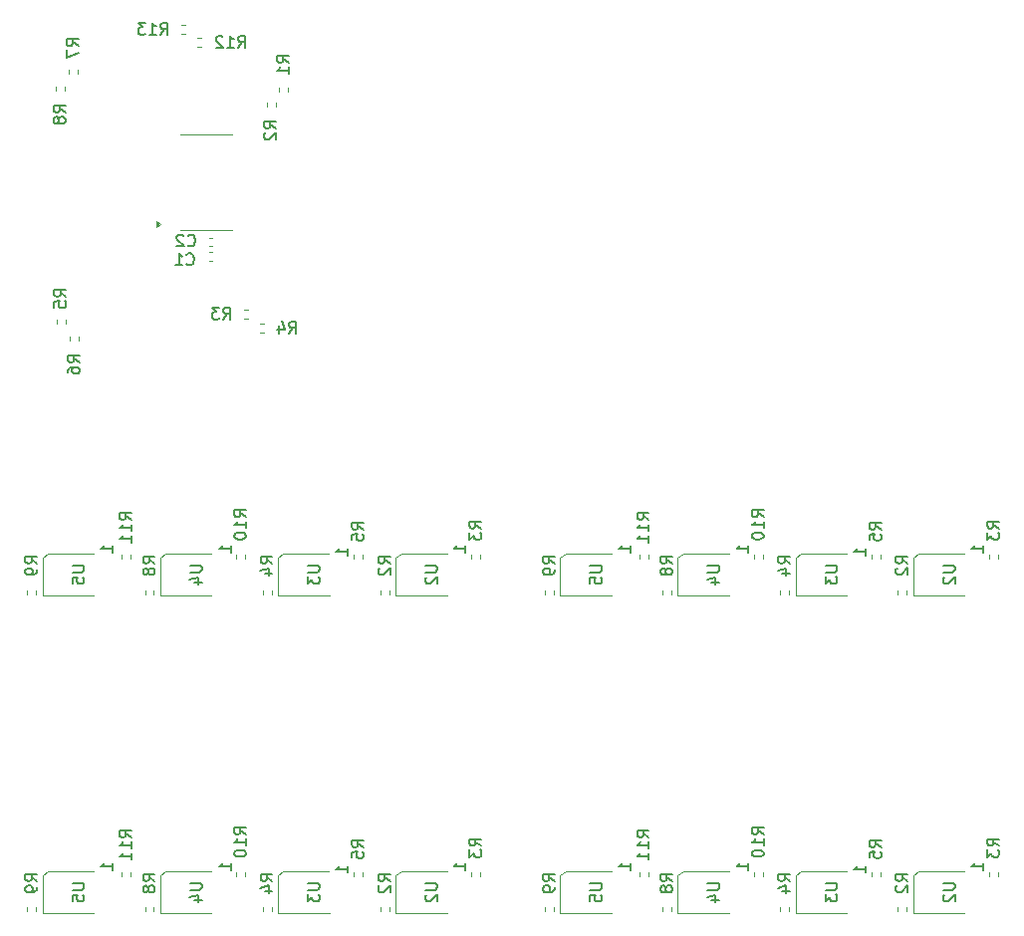
<source format=gbr>
%TF.GenerationSoftware,KiCad,Pcbnew,8.0.2*%
%TF.CreationDate,2024-05-05T14:43:23+02:00*%
%TF.ProjectId,Panelizacja 1,50616e65-6c69-47a6-9163-6a6120312e6b,rev?*%
%TF.SameCoordinates,Original*%
%TF.FileFunction,Legend,Bot*%
%TF.FilePolarity,Positive*%
%FSLAX46Y46*%
G04 Gerber Fmt 4.6, Leading zero omitted, Abs format (unit mm)*
G04 Created by KiCad (PCBNEW 8.0.2) date 2024-05-05 14:43:23*
%MOMM*%
%LPD*%
G01*
G04 APERTURE LIST*
%ADD10C,0.160000*%
%ADD11C,0.120000*%
G04 APERTURE END LIST*
D10*
X38454299Y-106333333D02*
X37978108Y-106000000D01*
X38454299Y-105761905D02*
X37454299Y-105761905D01*
X37454299Y-105761905D02*
X37454299Y-106142857D01*
X37454299Y-106142857D02*
X37501918Y-106238095D01*
X37501918Y-106238095D02*
X37549537Y-106285714D01*
X37549537Y-106285714D02*
X37644775Y-106333333D01*
X37644775Y-106333333D02*
X37787632Y-106333333D01*
X37787632Y-106333333D02*
X37882870Y-106285714D01*
X37882870Y-106285714D02*
X37930489Y-106238095D01*
X37930489Y-106238095D02*
X37978108Y-106142857D01*
X37978108Y-106142857D02*
X37978108Y-105761905D01*
X37787632Y-107190476D02*
X38454299Y-107190476D01*
X37406680Y-106952381D02*
X38120965Y-106714286D01*
X38120965Y-106714286D02*
X38120965Y-107333333D01*
X28454299Y-79333333D02*
X27978108Y-79000000D01*
X28454299Y-78761905D02*
X27454299Y-78761905D01*
X27454299Y-78761905D02*
X27454299Y-79142857D01*
X27454299Y-79142857D02*
X27501918Y-79238095D01*
X27501918Y-79238095D02*
X27549537Y-79285714D01*
X27549537Y-79285714D02*
X27644775Y-79333333D01*
X27644775Y-79333333D02*
X27787632Y-79333333D01*
X27787632Y-79333333D02*
X27882870Y-79285714D01*
X27882870Y-79285714D02*
X27930489Y-79238095D01*
X27930489Y-79238095D02*
X27978108Y-79142857D01*
X27978108Y-79142857D02*
X27978108Y-78761905D01*
X27882870Y-79904762D02*
X27835251Y-79809524D01*
X27835251Y-79809524D02*
X27787632Y-79761905D01*
X27787632Y-79761905D02*
X27692394Y-79714286D01*
X27692394Y-79714286D02*
X27644775Y-79714286D01*
X27644775Y-79714286D02*
X27549537Y-79761905D01*
X27549537Y-79761905D02*
X27501918Y-79809524D01*
X27501918Y-79809524D02*
X27454299Y-79904762D01*
X27454299Y-79904762D02*
X27454299Y-80095238D01*
X27454299Y-80095238D02*
X27501918Y-80190476D01*
X27501918Y-80190476D02*
X27549537Y-80238095D01*
X27549537Y-80238095D02*
X27644775Y-80285714D01*
X27644775Y-80285714D02*
X27692394Y-80285714D01*
X27692394Y-80285714D02*
X27787632Y-80238095D01*
X27787632Y-80238095D02*
X27835251Y-80190476D01*
X27835251Y-80190476D02*
X27882870Y-80095238D01*
X27882870Y-80095238D02*
X27882870Y-79904762D01*
X27882870Y-79904762D02*
X27930489Y-79809524D01*
X27930489Y-79809524D02*
X27978108Y-79761905D01*
X27978108Y-79761905D02*
X28073346Y-79714286D01*
X28073346Y-79714286D02*
X28263822Y-79714286D01*
X28263822Y-79714286D02*
X28359060Y-79761905D01*
X28359060Y-79761905D02*
X28406680Y-79809524D01*
X28406680Y-79809524D02*
X28454299Y-79904762D01*
X28454299Y-79904762D02*
X28454299Y-80095238D01*
X28454299Y-80095238D02*
X28406680Y-80190476D01*
X28406680Y-80190476D02*
X28359060Y-80238095D01*
X28359060Y-80238095D02*
X28263822Y-80285714D01*
X28263822Y-80285714D02*
X28073346Y-80285714D01*
X28073346Y-80285714D02*
X27978108Y-80238095D01*
X27978108Y-80238095D02*
X27930489Y-80190476D01*
X27930489Y-80190476D02*
X27882870Y-80095238D01*
X36204299Y-75357142D02*
X35728108Y-75023809D01*
X36204299Y-74785714D02*
X35204299Y-74785714D01*
X35204299Y-74785714D02*
X35204299Y-75166666D01*
X35204299Y-75166666D02*
X35251918Y-75261904D01*
X35251918Y-75261904D02*
X35299537Y-75309523D01*
X35299537Y-75309523D02*
X35394775Y-75357142D01*
X35394775Y-75357142D02*
X35537632Y-75357142D01*
X35537632Y-75357142D02*
X35632870Y-75309523D01*
X35632870Y-75309523D02*
X35680489Y-75261904D01*
X35680489Y-75261904D02*
X35728108Y-75166666D01*
X35728108Y-75166666D02*
X35728108Y-74785714D01*
X36204299Y-76309523D02*
X36204299Y-75738095D01*
X36204299Y-76023809D02*
X35204299Y-76023809D01*
X35204299Y-76023809D02*
X35347156Y-75928571D01*
X35347156Y-75928571D02*
X35442394Y-75833333D01*
X35442394Y-75833333D02*
X35490013Y-75738095D01*
X35204299Y-76928571D02*
X35204299Y-77023809D01*
X35204299Y-77023809D02*
X35251918Y-77119047D01*
X35251918Y-77119047D02*
X35299537Y-77166666D01*
X35299537Y-77166666D02*
X35394775Y-77214285D01*
X35394775Y-77214285D02*
X35585251Y-77261904D01*
X35585251Y-77261904D02*
X35823346Y-77261904D01*
X35823346Y-77261904D02*
X36013822Y-77214285D01*
X36013822Y-77214285D02*
X36109060Y-77166666D01*
X36109060Y-77166666D02*
X36156680Y-77119047D01*
X36156680Y-77119047D02*
X36204299Y-77023809D01*
X36204299Y-77023809D02*
X36204299Y-76928571D01*
X36204299Y-76928571D02*
X36156680Y-76833333D01*
X36156680Y-76833333D02*
X36109060Y-76785714D01*
X36109060Y-76785714D02*
X36013822Y-76738095D01*
X36013822Y-76738095D02*
X35823346Y-76690476D01*
X35823346Y-76690476D02*
X35585251Y-76690476D01*
X35585251Y-76690476D02*
X35394775Y-76738095D01*
X35394775Y-76738095D02*
X35299537Y-76785714D01*
X35299537Y-76785714D02*
X35251918Y-76833333D01*
X35251918Y-76833333D02*
X35204299Y-76928571D01*
X21454299Y-79488095D02*
X22263822Y-79488095D01*
X22263822Y-79488095D02*
X22359060Y-79535714D01*
X22359060Y-79535714D02*
X22406680Y-79583333D01*
X22406680Y-79583333D02*
X22454299Y-79678571D01*
X22454299Y-79678571D02*
X22454299Y-79869047D01*
X22454299Y-79869047D02*
X22406680Y-79964285D01*
X22406680Y-79964285D02*
X22359060Y-80011904D01*
X22359060Y-80011904D02*
X22263822Y-80059523D01*
X22263822Y-80059523D02*
X21454299Y-80059523D01*
X21454299Y-81011904D02*
X21454299Y-80535714D01*
X21454299Y-80535714D02*
X21930489Y-80488095D01*
X21930489Y-80488095D02*
X21882870Y-80535714D01*
X21882870Y-80535714D02*
X21835251Y-80630952D01*
X21835251Y-80630952D02*
X21835251Y-80869047D01*
X21835251Y-80869047D02*
X21882870Y-80964285D01*
X21882870Y-80964285D02*
X21930489Y-81011904D01*
X21930489Y-81011904D02*
X22025727Y-81059523D01*
X22025727Y-81059523D02*
X22263822Y-81059523D01*
X22263822Y-81059523D02*
X22359060Y-81011904D01*
X22359060Y-81011904D02*
X22406680Y-80964285D01*
X22406680Y-80964285D02*
X22454299Y-80869047D01*
X22454299Y-80869047D02*
X22454299Y-80630952D01*
X22454299Y-80630952D02*
X22406680Y-80535714D01*
X22406680Y-80535714D02*
X22359060Y-80488095D01*
X24869299Y-78367167D02*
X24869299Y-77795739D01*
X24869299Y-78081453D02*
X23869299Y-78081453D01*
X23869299Y-78081453D02*
X24012156Y-77986215D01*
X24012156Y-77986215D02*
X24107394Y-77890977D01*
X24107394Y-77890977D02*
X24155013Y-77795739D01*
X85454299Y-106488095D02*
X86263822Y-106488095D01*
X86263822Y-106488095D02*
X86359060Y-106535714D01*
X86359060Y-106535714D02*
X86406680Y-106583333D01*
X86406680Y-106583333D02*
X86454299Y-106678571D01*
X86454299Y-106678571D02*
X86454299Y-106869047D01*
X86454299Y-106869047D02*
X86406680Y-106964285D01*
X86406680Y-106964285D02*
X86359060Y-107011904D01*
X86359060Y-107011904D02*
X86263822Y-107059523D01*
X86263822Y-107059523D02*
X85454299Y-107059523D01*
X85454299Y-107440476D02*
X85454299Y-108059523D01*
X85454299Y-108059523D02*
X85835251Y-107726190D01*
X85835251Y-107726190D02*
X85835251Y-107869047D01*
X85835251Y-107869047D02*
X85882870Y-107964285D01*
X85882870Y-107964285D02*
X85930489Y-108011904D01*
X85930489Y-108011904D02*
X86025727Y-108059523D01*
X86025727Y-108059523D02*
X86263822Y-108059523D01*
X86263822Y-108059523D02*
X86359060Y-108011904D01*
X86359060Y-108011904D02*
X86406680Y-107964285D01*
X86406680Y-107964285D02*
X86454299Y-107869047D01*
X86454299Y-107869047D02*
X86454299Y-107583333D01*
X86454299Y-107583333D02*
X86406680Y-107488095D01*
X86406680Y-107488095D02*
X86359060Y-107440476D01*
X88869299Y-105617167D02*
X88869299Y-105045739D01*
X88869299Y-105331453D02*
X87869299Y-105331453D01*
X87869299Y-105331453D02*
X88012156Y-105236215D01*
X88012156Y-105236215D02*
X88107394Y-105140977D01*
X88107394Y-105140977D02*
X88155013Y-105045739D01*
X82454299Y-79333333D02*
X81978108Y-79000000D01*
X82454299Y-78761905D02*
X81454299Y-78761905D01*
X81454299Y-78761905D02*
X81454299Y-79142857D01*
X81454299Y-79142857D02*
X81501918Y-79238095D01*
X81501918Y-79238095D02*
X81549537Y-79285714D01*
X81549537Y-79285714D02*
X81644775Y-79333333D01*
X81644775Y-79333333D02*
X81787632Y-79333333D01*
X81787632Y-79333333D02*
X81882870Y-79285714D01*
X81882870Y-79285714D02*
X81930489Y-79238095D01*
X81930489Y-79238095D02*
X81978108Y-79142857D01*
X81978108Y-79142857D02*
X81978108Y-78761905D01*
X81787632Y-80190476D02*
X82454299Y-80190476D01*
X81406680Y-79952381D02*
X82120965Y-79714286D01*
X82120965Y-79714286D02*
X82120965Y-80333333D01*
X75454299Y-106488095D02*
X76263822Y-106488095D01*
X76263822Y-106488095D02*
X76359060Y-106535714D01*
X76359060Y-106535714D02*
X76406680Y-106583333D01*
X76406680Y-106583333D02*
X76454299Y-106678571D01*
X76454299Y-106678571D02*
X76454299Y-106869047D01*
X76454299Y-106869047D02*
X76406680Y-106964285D01*
X76406680Y-106964285D02*
X76359060Y-107011904D01*
X76359060Y-107011904D02*
X76263822Y-107059523D01*
X76263822Y-107059523D02*
X75454299Y-107059523D01*
X75787632Y-107964285D02*
X76454299Y-107964285D01*
X75406680Y-107726190D02*
X76120965Y-107488095D01*
X76120965Y-107488095D02*
X76120965Y-108107142D01*
X78919299Y-105367167D02*
X78919299Y-104795739D01*
X78919299Y-105081453D02*
X77919299Y-105081453D01*
X77919299Y-105081453D02*
X78062156Y-104986215D01*
X78062156Y-104986215D02*
X78157394Y-104890977D01*
X78157394Y-104890977D02*
X78205013Y-104795739D01*
X82454299Y-106333333D02*
X81978108Y-106000000D01*
X82454299Y-105761905D02*
X81454299Y-105761905D01*
X81454299Y-105761905D02*
X81454299Y-106142857D01*
X81454299Y-106142857D02*
X81501918Y-106238095D01*
X81501918Y-106238095D02*
X81549537Y-106285714D01*
X81549537Y-106285714D02*
X81644775Y-106333333D01*
X81644775Y-106333333D02*
X81787632Y-106333333D01*
X81787632Y-106333333D02*
X81882870Y-106285714D01*
X81882870Y-106285714D02*
X81930489Y-106238095D01*
X81930489Y-106238095D02*
X81978108Y-106142857D01*
X81978108Y-106142857D02*
X81978108Y-105761905D01*
X81787632Y-107190476D02*
X82454299Y-107190476D01*
X81406680Y-106952381D02*
X82120965Y-106714286D01*
X82120965Y-106714286D02*
X82120965Y-107333333D01*
X85454299Y-79488095D02*
X86263822Y-79488095D01*
X86263822Y-79488095D02*
X86359060Y-79535714D01*
X86359060Y-79535714D02*
X86406680Y-79583333D01*
X86406680Y-79583333D02*
X86454299Y-79678571D01*
X86454299Y-79678571D02*
X86454299Y-79869047D01*
X86454299Y-79869047D02*
X86406680Y-79964285D01*
X86406680Y-79964285D02*
X86359060Y-80011904D01*
X86359060Y-80011904D02*
X86263822Y-80059523D01*
X86263822Y-80059523D02*
X85454299Y-80059523D01*
X85454299Y-80440476D02*
X85454299Y-81059523D01*
X85454299Y-81059523D02*
X85835251Y-80726190D01*
X85835251Y-80726190D02*
X85835251Y-80869047D01*
X85835251Y-80869047D02*
X85882870Y-80964285D01*
X85882870Y-80964285D02*
X85930489Y-81011904D01*
X85930489Y-81011904D02*
X86025727Y-81059523D01*
X86025727Y-81059523D02*
X86263822Y-81059523D01*
X86263822Y-81059523D02*
X86359060Y-81011904D01*
X86359060Y-81011904D02*
X86406680Y-80964285D01*
X86406680Y-80964285D02*
X86454299Y-80869047D01*
X86454299Y-80869047D02*
X86454299Y-80583333D01*
X86454299Y-80583333D02*
X86406680Y-80488095D01*
X86406680Y-80488095D02*
X86359060Y-80440476D01*
X88869299Y-78617167D02*
X88869299Y-78045739D01*
X88869299Y-78331453D02*
X87869299Y-78331453D01*
X87869299Y-78331453D02*
X88012156Y-78236215D01*
X88012156Y-78236215D02*
X88107394Y-78140977D01*
X88107394Y-78140977D02*
X88155013Y-78045739D01*
X18454299Y-79333333D02*
X17978108Y-79000000D01*
X18454299Y-78761905D02*
X17454299Y-78761905D01*
X17454299Y-78761905D02*
X17454299Y-79142857D01*
X17454299Y-79142857D02*
X17501918Y-79238095D01*
X17501918Y-79238095D02*
X17549537Y-79285714D01*
X17549537Y-79285714D02*
X17644775Y-79333333D01*
X17644775Y-79333333D02*
X17787632Y-79333333D01*
X17787632Y-79333333D02*
X17882870Y-79285714D01*
X17882870Y-79285714D02*
X17930489Y-79238095D01*
X17930489Y-79238095D02*
X17978108Y-79142857D01*
X17978108Y-79142857D02*
X17978108Y-78761905D01*
X18454299Y-79809524D02*
X18454299Y-80000000D01*
X18454299Y-80000000D02*
X18406680Y-80095238D01*
X18406680Y-80095238D02*
X18359060Y-80142857D01*
X18359060Y-80142857D02*
X18216203Y-80238095D01*
X18216203Y-80238095D02*
X18025727Y-80285714D01*
X18025727Y-80285714D02*
X17644775Y-80285714D01*
X17644775Y-80285714D02*
X17549537Y-80238095D01*
X17549537Y-80238095D02*
X17501918Y-80190476D01*
X17501918Y-80190476D02*
X17454299Y-80095238D01*
X17454299Y-80095238D02*
X17454299Y-79904762D01*
X17454299Y-79904762D02*
X17501918Y-79809524D01*
X17501918Y-79809524D02*
X17549537Y-79761905D01*
X17549537Y-79761905D02*
X17644775Y-79714286D01*
X17644775Y-79714286D02*
X17882870Y-79714286D01*
X17882870Y-79714286D02*
X17978108Y-79761905D01*
X17978108Y-79761905D02*
X18025727Y-79809524D01*
X18025727Y-79809524D02*
X18073346Y-79904762D01*
X18073346Y-79904762D02*
X18073346Y-80095238D01*
X18073346Y-80095238D02*
X18025727Y-80190476D01*
X18025727Y-80190476D02*
X17978108Y-80238095D01*
X17978108Y-80238095D02*
X17882870Y-80285714D01*
X26454299Y-102607142D02*
X25978108Y-102273809D01*
X26454299Y-102035714D02*
X25454299Y-102035714D01*
X25454299Y-102035714D02*
X25454299Y-102416666D01*
X25454299Y-102416666D02*
X25501918Y-102511904D01*
X25501918Y-102511904D02*
X25549537Y-102559523D01*
X25549537Y-102559523D02*
X25644775Y-102607142D01*
X25644775Y-102607142D02*
X25787632Y-102607142D01*
X25787632Y-102607142D02*
X25882870Y-102559523D01*
X25882870Y-102559523D02*
X25930489Y-102511904D01*
X25930489Y-102511904D02*
X25978108Y-102416666D01*
X25978108Y-102416666D02*
X25978108Y-102035714D01*
X26454299Y-103559523D02*
X26454299Y-102988095D01*
X26454299Y-103273809D02*
X25454299Y-103273809D01*
X25454299Y-103273809D02*
X25597156Y-103178571D01*
X25597156Y-103178571D02*
X25692394Y-103083333D01*
X25692394Y-103083333D02*
X25740013Y-102988095D01*
X26454299Y-104511904D02*
X26454299Y-103940476D01*
X26454299Y-104226190D02*
X25454299Y-104226190D01*
X25454299Y-104226190D02*
X25597156Y-104130952D01*
X25597156Y-104130952D02*
X25692394Y-104035714D01*
X25692394Y-104035714D02*
X25740013Y-103940476D01*
X41454299Y-106488095D02*
X42263822Y-106488095D01*
X42263822Y-106488095D02*
X42359060Y-106535714D01*
X42359060Y-106535714D02*
X42406680Y-106583333D01*
X42406680Y-106583333D02*
X42454299Y-106678571D01*
X42454299Y-106678571D02*
X42454299Y-106869047D01*
X42454299Y-106869047D02*
X42406680Y-106964285D01*
X42406680Y-106964285D02*
X42359060Y-107011904D01*
X42359060Y-107011904D02*
X42263822Y-107059523D01*
X42263822Y-107059523D02*
X41454299Y-107059523D01*
X41454299Y-107440476D02*
X41454299Y-108059523D01*
X41454299Y-108059523D02*
X41835251Y-107726190D01*
X41835251Y-107726190D02*
X41835251Y-107869047D01*
X41835251Y-107869047D02*
X41882870Y-107964285D01*
X41882870Y-107964285D02*
X41930489Y-108011904D01*
X41930489Y-108011904D02*
X42025727Y-108059523D01*
X42025727Y-108059523D02*
X42263822Y-108059523D01*
X42263822Y-108059523D02*
X42359060Y-108011904D01*
X42359060Y-108011904D02*
X42406680Y-107964285D01*
X42406680Y-107964285D02*
X42454299Y-107869047D01*
X42454299Y-107869047D02*
X42454299Y-107583333D01*
X42454299Y-107583333D02*
X42406680Y-107488095D01*
X42406680Y-107488095D02*
X42359060Y-107440476D01*
X44869299Y-105617167D02*
X44869299Y-105045739D01*
X44869299Y-105331453D02*
X43869299Y-105331453D01*
X43869299Y-105331453D02*
X44012156Y-105236215D01*
X44012156Y-105236215D02*
X44107394Y-105140977D01*
X44107394Y-105140977D02*
X44155013Y-105045739D01*
X21954299Y-35315833D02*
X21478108Y-34982500D01*
X21954299Y-34744405D02*
X20954299Y-34744405D01*
X20954299Y-34744405D02*
X20954299Y-35125357D01*
X20954299Y-35125357D02*
X21001918Y-35220595D01*
X21001918Y-35220595D02*
X21049537Y-35268214D01*
X21049537Y-35268214D02*
X21144775Y-35315833D01*
X21144775Y-35315833D02*
X21287632Y-35315833D01*
X21287632Y-35315833D02*
X21382870Y-35268214D01*
X21382870Y-35268214D02*
X21430489Y-35220595D01*
X21430489Y-35220595D02*
X21478108Y-35125357D01*
X21478108Y-35125357D02*
X21478108Y-34744405D01*
X20954299Y-35649167D02*
X20954299Y-36315833D01*
X20954299Y-36315833D02*
X21954299Y-35887262D01*
X36204299Y-102357142D02*
X35728108Y-102023809D01*
X36204299Y-101785714D02*
X35204299Y-101785714D01*
X35204299Y-101785714D02*
X35204299Y-102166666D01*
X35204299Y-102166666D02*
X35251918Y-102261904D01*
X35251918Y-102261904D02*
X35299537Y-102309523D01*
X35299537Y-102309523D02*
X35394775Y-102357142D01*
X35394775Y-102357142D02*
X35537632Y-102357142D01*
X35537632Y-102357142D02*
X35632870Y-102309523D01*
X35632870Y-102309523D02*
X35680489Y-102261904D01*
X35680489Y-102261904D02*
X35728108Y-102166666D01*
X35728108Y-102166666D02*
X35728108Y-101785714D01*
X36204299Y-103309523D02*
X36204299Y-102738095D01*
X36204299Y-103023809D02*
X35204299Y-103023809D01*
X35204299Y-103023809D02*
X35347156Y-102928571D01*
X35347156Y-102928571D02*
X35442394Y-102833333D01*
X35442394Y-102833333D02*
X35490013Y-102738095D01*
X35204299Y-103928571D02*
X35204299Y-104023809D01*
X35204299Y-104023809D02*
X35251918Y-104119047D01*
X35251918Y-104119047D02*
X35299537Y-104166666D01*
X35299537Y-104166666D02*
X35394775Y-104214285D01*
X35394775Y-104214285D02*
X35585251Y-104261904D01*
X35585251Y-104261904D02*
X35823346Y-104261904D01*
X35823346Y-104261904D02*
X36013822Y-104214285D01*
X36013822Y-104214285D02*
X36109060Y-104166666D01*
X36109060Y-104166666D02*
X36156680Y-104119047D01*
X36156680Y-104119047D02*
X36204299Y-104023809D01*
X36204299Y-104023809D02*
X36204299Y-103928571D01*
X36204299Y-103928571D02*
X36156680Y-103833333D01*
X36156680Y-103833333D02*
X36109060Y-103785714D01*
X36109060Y-103785714D02*
X36013822Y-103738095D01*
X36013822Y-103738095D02*
X35823346Y-103690476D01*
X35823346Y-103690476D02*
X35585251Y-103690476D01*
X35585251Y-103690476D02*
X35394775Y-103738095D01*
X35394775Y-103738095D02*
X35299537Y-103785714D01*
X35299537Y-103785714D02*
X35251918Y-103833333D01*
X35251918Y-103833333D02*
X35204299Y-103928571D01*
X18454299Y-106333333D02*
X17978108Y-106000000D01*
X18454299Y-105761905D02*
X17454299Y-105761905D01*
X17454299Y-105761905D02*
X17454299Y-106142857D01*
X17454299Y-106142857D02*
X17501918Y-106238095D01*
X17501918Y-106238095D02*
X17549537Y-106285714D01*
X17549537Y-106285714D02*
X17644775Y-106333333D01*
X17644775Y-106333333D02*
X17787632Y-106333333D01*
X17787632Y-106333333D02*
X17882870Y-106285714D01*
X17882870Y-106285714D02*
X17930489Y-106238095D01*
X17930489Y-106238095D02*
X17978108Y-106142857D01*
X17978108Y-106142857D02*
X17978108Y-105761905D01*
X18454299Y-106809524D02*
X18454299Y-107000000D01*
X18454299Y-107000000D02*
X18406680Y-107095238D01*
X18406680Y-107095238D02*
X18359060Y-107142857D01*
X18359060Y-107142857D02*
X18216203Y-107238095D01*
X18216203Y-107238095D02*
X18025727Y-107285714D01*
X18025727Y-107285714D02*
X17644775Y-107285714D01*
X17644775Y-107285714D02*
X17549537Y-107238095D01*
X17549537Y-107238095D02*
X17501918Y-107190476D01*
X17501918Y-107190476D02*
X17454299Y-107095238D01*
X17454299Y-107095238D02*
X17454299Y-106904762D01*
X17454299Y-106904762D02*
X17501918Y-106809524D01*
X17501918Y-106809524D02*
X17549537Y-106761905D01*
X17549537Y-106761905D02*
X17644775Y-106714286D01*
X17644775Y-106714286D02*
X17882870Y-106714286D01*
X17882870Y-106714286D02*
X17978108Y-106761905D01*
X17978108Y-106761905D02*
X18025727Y-106809524D01*
X18025727Y-106809524D02*
X18073346Y-106904762D01*
X18073346Y-106904762D02*
X18073346Y-107095238D01*
X18073346Y-107095238D02*
X18025727Y-107190476D01*
X18025727Y-107190476D02*
X17978108Y-107238095D01*
X17978108Y-107238095D02*
X17882870Y-107285714D01*
X31166666Y-53859060D02*
X31214285Y-53906680D01*
X31214285Y-53906680D02*
X31357142Y-53954299D01*
X31357142Y-53954299D02*
X31452380Y-53954299D01*
X31452380Y-53954299D02*
X31595237Y-53906680D01*
X31595237Y-53906680D02*
X31690475Y-53811441D01*
X31690475Y-53811441D02*
X31738094Y-53716203D01*
X31738094Y-53716203D02*
X31785713Y-53525727D01*
X31785713Y-53525727D02*
X31785713Y-53382870D01*
X31785713Y-53382870D02*
X31738094Y-53192394D01*
X31738094Y-53192394D02*
X31690475Y-53097156D01*
X31690475Y-53097156D02*
X31595237Y-53001918D01*
X31595237Y-53001918D02*
X31452380Y-52954299D01*
X31452380Y-52954299D02*
X31357142Y-52954299D01*
X31357142Y-52954299D02*
X31214285Y-53001918D01*
X31214285Y-53001918D02*
X31166666Y-53049537D01*
X30214285Y-53954299D02*
X30785713Y-53954299D01*
X30499999Y-53954299D02*
X30499999Y-52954299D01*
X30499999Y-52954299D02*
X30595237Y-53097156D01*
X30595237Y-53097156D02*
X30690475Y-53192394D01*
X30690475Y-53192394D02*
X30785713Y-53240013D01*
X92454299Y-79333333D02*
X91978108Y-79000000D01*
X92454299Y-78761905D02*
X91454299Y-78761905D01*
X91454299Y-78761905D02*
X91454299Y-79142857D01*
X91454299Y-79142857D02*
X91501918Y-79238095D01*
X91501918Y-79238095D02*
X91549537Y-79285714D01*
X91549537Y-79285714D02*
X91644775Y-79333333D01*
X91644775Y-79333333D02*
X91787632Y-79333333D01*
X91787632Y-79333333D02*
X91882870Y-79285714D01*
X91882870Y-79285714D02*
X91930489Y-79238095D01*
X91930489Y-79238095D02*
X91978108Y-79142857D01*
X91978108Y-79142857D02*
X91978108Y-78761905D01*
X91549537Y-79714286D02*
X91501918Y-79761905D01*
X91501918Y-79761905D02*
X91454299Y-79857143D01*
X91454299Y-79857143D02*
X91454299Y-80095238D01*
X91454299Y-80095238D02*
X91501918Y-80190476D01*
X91501918Y-80190476D02*
X91549537Y-80238095D01*
X91549537Y-80238095D02*
X91644775Y-80285714D01*
X91644775Y-80285714D02*
X91740013Y-80285714D01*
X91740013Y-80285714D02*
X91882870Y-80238095D01*
X91882870Y-80238095D02*
X92454299Y-79666667D01*
X92454299Y-79666667D02*
X92454299Y-80285714D01*
X39854299Y-36730833D02*
X39378108Y-36397500D01*
X39854299Y-36159405D02*
X38854299Y-36159405D01*
X38854299Y-36159405D02*
X38854299Y-36540357D01*
X38854299Y-36540357D02*
X38901918Y-36635595D01*
X38901918Y-36635595D02*
X38949537Y-36683214D01*
X38949537Y-36683214D02*
X39044775Y-36730833D01*
X39044775Y-36730833D02*
X39187632Y-36730833D01*
X39187632Y-36730833D02*
X39282870Y-36683214D01*
X39282870Y-36683214D02*
X39330489Y-36635595D01*
X39330489Y-36635595D02*
X39378108Y-36540357D01*
X39378108Y-36540357D02*
X39378108Y-36159405D01*
X39854299Y-37683214D02*
X39854299Y-37111786D01*
X39854299Y-37397500D02*
X38854299Y-37397500D01*
X38854299Y-37397500D02*
X38997156Y-37302262D01*
X38997156Y-37302262D02*
X39092394Y-37207024D01*
X39092394Y-37207024D02*
X39140013Y-37111786D01*
X80204299Y-102357142D02*
X79728108Y-102023809D01*
X80204299Y-101785714D02*
X79204299Y-101785714D01*
X79204299Y-101785714D02*
X79204299Y-102166666D01*
X79204299Y-102166666D02*
X79251918Y-102261904D01*
X79251918Y-102261904D02*
X79299537Y-102309523D01*
X79299537Y-102309523D02*
X79394775Y-102357142D01*
X79394775Y-102357142D02*
X79537632Y-102357142D01*
X79537632Y-102357142D02*
X79632870Y-102309523D01*
X79632870Y-102309523D02*
X79680489Y-102261904D01*
X79680489Y-102261904D02*
X79728108Y-102166666D01*
X79728108Y-102166666D02*
X79728108Y-101785714D01*
X80204299Y-103309523D02*
X80204299Y-102738095D01*
X80204299Y-103023809D02*
X79204299Y-103023809D01*
X79204299Y-103023809D02*
X79347156Y-102928571D01*
X79347156Y-102928571D02*
X79442394Y-102833333D01*
X79442394Y-102833333D02*
X79490013Y-102738095D01*
X79204299Y-103928571D02*
X79204299Y-104023809D01*
X79204299Y-104023809D02*
X79251918Y-104119047D01*
X79251918Y-104119047D02*
X79299537Y-104166666D01*
X79299537Y-104166666D02*
X79394775Y-104214285D01*
X79394775Y-104214285D02*
X79585251Y-104261904D01*
X79585251Y-104261904D02*
X79823346Y-104261904D01*
X79823346Y-104261904D02*
X80013822Y-104214285D01*
X80013822Y-104214285D02*
X80109060Y-104166666D01*
X80109060Y-104166666D02*
X80156680Y-104119047D01*
X80156680Y-104119047D02*
X80204299Y-104023809D01*
X80204299Y-104023809D02*
X80204299Y-103928571D01*
X80204299Y-103928571D02*
X80156680Y-103833333D01*
X80156680Y-103833333D02*
X80109060Y-103785714D01*
X80109060Y-103785714D02*
X80013822Y-103738095D01*
X80013822Y-103738095D02*
X79823346Y-103690476D01*
X79823346Y-103690476D02*
X79585251Y-103690476D01*
X79585251Y-103690476D02*
X79394775Y-103738095D01*
X79394775Y-103738095D02*
X79299537Y-103785714D01*
X79299537Y-103785714D02*
X79251918Y-103833333D01*
X79251918Y-103833333D02*
X79204299Y-103928571D01*
X31454299Y-79488095D02*
X32263822Y-79488095D01*
X32263822Y-79488095D02*
X32359060Y-79535714D01*
X32359060Y-79535714D02*
X32406680Y-79583333D01*
X32406680Y-79583333D02*
X32454299Y-79678571D01*
X32454299Y-79678571D02*
X32454299Y-79869047D01*
X32454299Y-79869047D02*
X32406680Y-79964285D01*
X32406680Y-79964285D02*
X32359060Y-80011904D01*
X32359060Y-80011904D02*
X32263822Y-80059523D01*
X32263822Y-80059523D02*
X31454299Y-80059523D01*
X31787632Y-80964285D02*
X32454299Y-80964285D01*
X31406680Y-80726190D02*
X32120965Y-80488095D01*
X32120965Y-80488095D02*
X32120965Y-81107142D01*
X34919299Y-78367167D02*
X34919299Y-77795739D01*
X34919299Y-78081453D02*
X33919299Y-78081453D01*
X33919299Y-78081453D02*
X34062156Y-77986215D01*
X34062156Y-77986215D02*
X34157394Y-77890977D01*
X34157394Y-77890977D02*
X34205013Y-77795739D01*
X39866666Y-59754299D02*
X40199999Y-59278108D01*
X40438094Y-59754299D02*
X40438094Y-58754299D01*
X40438094Y-58754299D02*
X40057142Y-58754299D01*
X40057142Y-58754299D02*
X39961904Y-58801918D01*
X39961904Y-58801918D02*
X39914285Y-58849537D01*
X39914285Y-58849537D02*
X39866666Y-58944775D01*
X39866666Y-58944775D02*
X39866666Y-59087632D01*
X39866666Y-59087632D02*
X39914285Y-59182870D01*
X39914285Y-59182870D02*
X39961904Y-59230489D01*
X39961904Y-59230489D02*
X40057142Y-59278108D01*
X40057142Y-59278108D02*
X40438094Y-59278108D01*
X39009523Y-59087632D02*
X39009523Y-59754299D01*
X39247618Y-58706680D02*
X39485713Y-59420965D01*
X39485713Y-59420965D02*
X38866666Y-59420965D01*
X20854299Y-40973333D02*
X20378108Y-40640000D01*
X20854299Y-40401905D02*
X19854299Y-40401905D01*
X19854299Y-40401905D02*
X19854299Y-40782857D01*
X19854299Y-40782857D02*
X19901918Y-40878095D01*
X19901918Y-40878095D02*
X19949537Y-40925714D01*
X19949537Y-40925714D02*
X20044775Y-40973333D01*
X20044775Y-40973333D02*
X20187632Y-40973333D01*
X20187632Y-40973333D02*
X20282870Y-40925714D01*
X20282870Y-40925714D02*
X20330489Y-40878095D01*
X20330489Y-40878095D02*
X20378108Y-40782857D01*
X20378108Y-40782857D02*
X20378108Y-40401905D01*
X20282870Y-41544762D02*
X20235251Y-41449524D01*
X20235251Y-41449524D02*
X20187632Y-41401905D01*
X20187632Y-41401905D02*
X20092394Y-41354286D01*
X20092394Y-41354286D02*
X20044775Y-41354286D01*
X20044775Y-41354286D02*
X19949537Y-41401905D01*
X19949537Y-41401905D02*
X19901918Y-41449524D01*
X19901918Y-41449524D02*
X19854299Y-41544762D01*
X19854299Y-41544762D02*
X19854299Y-41735238D01*
X19854299Y-41735238D02*
X19901918Y-41830476D01*
X19901918Y-41830476D02*
X19949537Y-41878095D01*
X19949537Y-41878095D02*
X20044775Y-41925714D01*
X20044775Y-41925714D02*
X20092394Y-41925714D01*
X20092394Y-41925714D02*
X20187632Y-41878095D01*
X20187632Y-41878095D02*
X20235251Y-41830476D01*
X20235251Y-41830476D02*
X20282870Y-41735238D01*
X20282870Y-41735238D02*
X20282870Y-41544762D01*
X20282870Y-41544762D02*
X20330489Y-41449524D01*
X20330489Y-41449524D02*
X20378108Y-41401905D01*
X20378108Y-41401905D02*
X20473346Y-41354286D01*
X20473346Y-41354286D02*
X20663822Y-41354286D01*
X20663822Y-41354286D02*
X20759060Y-41401905D01*
X20759060Y-41401905D02*
X20806680Y-41449524D01*
X20806680Y-41449524D02*
X20854299Y-41544762D01*
X20854299Y-41544762D02*
X20854299Y-41735238D01*
X20854299Y-41735238D02*
X20806680Y-41830476D01*
X20806680Y-41830476D02*
X20759060Y-41878095D01*
X20759060Y-41878095D02*
X20663822Y-41925714D01*
X20663822Y-41925714D02*
X20473346Y-41925714D01*
X20473346Y-41925714D02*
X20378108Y-41878095D01*
X20378108Y-41878095D02*
X20330489Y-41830476D01*
X20330489Y-41830476D02*
X20282870Y-41735238D01*
X26454299Y-75607142D02*
X25978108Y-75273809D01*
X26454299Y-75035714D02*
X25454299Y-75035714D01*
X25454299Y-75035714D02*
X25454299Y-75416666D01*
X25454299Y-75416666D02*
X25501918Y-75511904D01*
X25501918Y-75511904D02*
X25549537Y-75559523D01*
X25549537Y-75559523D02*
X25644775Y-75607142D01*
X25644775Y-75607142D02*
X25787632Y-75607142D01*
X25787632Y-75607142D02*
X25882870Y-75559523D01*
X25882870Y-75559523D02*
X25930489Y-75511904D01*
X25930489Y-75511904D02*
X25978108Y-75416666D01*
X25978108Y-75416666D02*
X25978108Y-75035714D01*
X26454299Y-76559523D02*
X26454299Y-75988095D01*
X26454299Y-76273809D02*
X25454299Y-76273809D01*
X25454299Y-76273809D02*
X25597156Y-76178571D01*
X25597156Y-76178571D02*
X25692394Y-76083333D01*
X25692394Y-76083333D02*
X25740013Y-75988095D01*
X26454299Y-77511904D02*
X26454299Y-76940476D01*
X26454299Y-77226190D02*
X25454299Y-77226190D01*
X25454299Y-77226190D02*
X25597156Y-77130952D01*
X25597156Y-77130952D02*
X25692394Y-77035714D01*
X25692394Y-77035714D02*
X25740013Y-76940476D01*
X70454299Y-75607142D02*
X69978108Y-75273809D01*
X70454299Y-75035714D02*
X69454299Y-75035714D01*
X69454299Y-75035714D02*
X69454299Y-75416666D01*
X69454299Y-75416666D02*
X69501918Y-75511904D01*
X69501918Y-75511904D02*
X69549537Y-75559523D01*
X69549537Y-75559523D02*
X69644775Y-75607142D01*
X69644775Y-75607142D02*
X69787632Y-75607142D01*
X69787632Y-75607142D02*
X69882870Y-75559523D01*
X69882870Y-75559523D02*
X69930489Y-75511904D01*
X69930489Y-75511904D02*
X69978108Y-75416666D01*
X69978108Y-75416666D02*
X69978108Y-75035714D01*
X70454299Y-76559523D02*
X70454299Y-75988095D01*
X70454299Y-76273809D02*
X69454299Y-76273809D01*
X69454299Y-76273809D02*
X69597156Y-76178571D01*
X69597156Y-76178571D02*
X69692394Y-76083333D01*
X69692394Y-76083333D02*
X69740013Y-75988095D01*
X70454299Y-77511904D02*
X70454299Y-76940476D01*
X70454299Y-77226190D02*
X69454299Y-77226190D01*
X69454299Y-77226190D02*
X69597156Y-77130952D01*
X69597156Y-77130952D02*
X69692394Y-77035714D01*
X69692394Y-77035714D02*
X69740013Y-76940476D01*
X90204299Y-76430833D02*
X89728108Y-76097500D01*
X90204299Y-75859405D02*
X89204299Y-75859405D01*
X89204299Y-75859405D02*
X89204299Y-76240357D01*
X89204299Y-76240357D02*
X89251918Y-76335595D01*
X89251918Y-76335595D02*
X89299537Y-76383214D01*
X89299537Y-76383214D02*
X89394775Y-76430833D01*
X89394775Y-76430833D02*
X89537632Y-76430833D01*
X89537632Y-76430833D02*
X89632870Y-76383214D01*
X89632870Y-76383214D02*
X89680489Y-76335595D01*
X89680489Y-76335595D02*
X89728108Y-76240357D01*
X89728108Y-76240357D02*
X89728108Y-75859405D01*
X89204299Y-77335595D02*
X89204299Y-76859405D01*
X89204299Y-76859405D02*
X89680489Y-76811786D01*
X89680489Y-76811786D02*
X89632870Y-76859405D01*
X89632870Y-76859405D02*
X89585251Y-76954643D01*
X89585251Y-76954643D02*
X89585251Y-77192738D01*
X89585251Y-77192738D02*
X89632870Y-77287976D01*
X89632870Y-77287976D02*
X89680489Y-77335595D01*
X89680489Y-77335595D02*
X89775727Y-77383214D01*
X89775727Y-77383214D02*
X90013822Y-77383214D01*
X90013822Y-77383214D02*
X90109060Y-77335595D01*
X90109060Y-77335595D02*
X90156680Y-77287976D01*
X90156680Y-77287976D02*
X90204299Y-77192738D01*
X90204299Y-77192738D02*
X90204299Y-76954643D01*
X90204299Y-76954643D02*
X90156680Y-76859405D01*
X90156680Y-76859405D02*
X90109060Y-76811786D01*
X46204299Y-103430833D02*
X45728108Y-103097500D01*
X46204299Y-102859405D02*
X45204299Y-102859405D01*
X45204299Y-102859405D02*
X45204299Y-103240357D01*
X45204299Y-103240357D02*
X45251918Y-103335595D01*
X45251918Y-103335595D02*
X45299537Y-103383214D01*
X45299537Y-103383214D02*
X45394775Y-103430833D01*
X45394775Y-103430833D02*
X45537632Y-103430833D01*
X45537632Y-103430833D02*
X45632870Y-103383214D01*
X45632870Y-103383214D02*
X45680489Y-103335595D01*
X45680489Y-103335595D02*
X45728108Y-103240357D01*
X45728108Y-103240357D02*
X45728108Y-102859405D01*
X45204299Y-104335595D02*
X45204299Y-103859405D01*
X45204299Y-103859405D02*
X45680489Y-103811786D01*
X45680489Y-103811786D02*
X45632870Y-103859405D01*
X45632870Y-103859405D02*
X45585251Y-103954643D01*
X45585251Y-103954643D02*
X45585251Y-104192738D01*
X45585251Y-104192738D02*
X45632870Y-104287976D01*
X45632870Y-104287976D02*
X45680489Y-104335595D01*
X45680489Y-104335595D02*
X45775727Y-104383214D01*
X45775727Y-104383214D02*
X46013822Y-104383214D01*
X46013822Y-104383214D02*
X46109060Y-104335595D01*
X46109060Y-104335595D02*
X46156680Y-104287976D01*
X46156680Y-104287976D02*
X46204299Y-104192738D01*
X46204299Y-104192738D02*
X46204299Y-103954643D01*
X46204299Y-103954643D02*
X46156680Y-103859405D01*
X46156680Y-103859405D02*
X46109060Y-103811786D01*
X95454299Y-79488095D02*
X96263822Y-79488095D01*
X96263822Y-79488095D02*
X96359060Y-79535714D01*
X96359060Y-79535714D02*
X96406680Y-79583333D01*
X96406680Y-79583333D02*
X96454299Y-79678571D01*
X96454299Y-79678571D02*
X96454299Y-79869047D01*
X96454299Y-79869047D02*
X96406680Y-79964285D01*
X96406680Y-79964285D02*
X96359060Y-80011904D01*
X96359060Y-80011904D02*
X96263822Y-80059523D01*
X96263822Y-80059523D02*
X95454299Y-80059523D01*
X95549537Y-80488095D02*
X95501918Y-80535714D01*
X95501918Y-80535714D02*
X95454299Y-80630952D01*
X95454299Y-80630952D02*
X95454299Y-80869047D01*
X95454299Y-80869047D02*
X95501918Y-80964285D01*
X95501918Y-80964285D02*
X95549537Y-81011904D01*
X95549537Y-81011904D02*
X95644775Y-81059523D01*
X95644775Y-81059523D02*
X95740013Y-81059523D01*
X95740013Y-81059523D02*
X95882870Y-81011904D01*
X95882870Y-81011904D02*
X96454299Y-80440476D01*
X96454299Y-80440476D02*
X96454299Y-81059523D01*
X98869299Y-78367167D02*
X98869299Y-77795739D01*
X98869299Y-78081453D02*
X97869299Y-78081453D01*
X97869299Y-78081453D02*
X98012156Y-77986215D01*
X98012156Y-77986215D02*
X98107394Y-77890977D01*
X98107394Y-77890977D02*
X98155013Y-77795739D01*
X38754299Y-42330833D02*
X38278108Y-41997500D01*
X38754299Y-41759405D02*
X37754299Y-41759405D01*
X37754299Y-41759405D02*
X37754299Y-42140357D01*
X37754299Y-42140357D02*
X37801918Y-42235595D01*
X37801918Y-42235595D02*
X37849537Y-42283214D01*
X37849537Y-42283214D02*
X37944775Y-42330833D01*
X37944775Y-42330833D02*
X38087632Y-42330833D01*
X38087632Y-42330833D02*
X38182870Y-42283214D01*
X38182870Y-42283214D02*
X38230489Y-42235595D01*
X38230489Y-42235595D02*
X38278108Y-42140357D01*
X38278108Y-42140357D02*
X38278108Y-41759405D01*
X37849537Y-42711786D02*
X37801918Y-42759405D01*
X37801918Y-42759405D02*
X37754299Y-42854643D01*
X37754299Y-42854643D02*
X37754299Y-43092738D01*
X37754299Y-43092738D02*
X37801918Y-43187976D01*
X37801918Y-43187976D02*
X37849537Y-43235595D01*
X37849537Y-43235595D02*
X37944775Y-43283214D01*
X37944775Y-43283214D02*
X38040013Y-43283214D01*
X38040013Y-43283214D02*
X38182870Y-43235595D01*
X38182870Y-43235595D02*
X38754299Y-42664167D01*
X38754299Y-42664167D02*
X38754299Y-43283214D01*
X28940357Y-34354299D02*
X29273690Y-33878108D01*
X29511785Y-34354299D02*
X29511785Y-33354299D01*
X29511785Y-33354299D02*
X29130833Y-33354299D01*
X29130833Y-33354299D02*
X29035595Y-33401918D01*
X29035595Y-33401918D02*
X28987976Y-33449537D01*
X28987976Y-33449537D02*
X28940357Y-33544775D01*
X28940357Y-33544775D02*
X28940357Y-33687632D01*
X28940357Y-33687632D02*
X28987976Y-33782870D01*
X28987976Y-33782870D02*
X29035595Y-33830489D01*
X29035595Y-33830489D02*
X29130833Y-33878108D01*
X29130833Y-33878108D02*
X29511785Y-33878108D01*
X27987976Y-34354299D02*
X28559404Y-34354299D01*
X28273690Y-34354299D02*
X28273690Y-33354299D01*
X28273690Y-33354299D02*
X28368928Y-33497156D01*
X28368928Y-33497156D02*
X28464166Y-33592394D01*
X28464166Y-33592394D02*
X28559404Y-33640013D01*
X27654642Y-33354299D02*
X27035595Y-33354299D01*
X27035595Y-33354299D02*
X27368928Y-33735251D01*
X27368928Y-33735251D02*
X27226071Y-33735251D01*
X27226071Y-33735251D02*
X27130833Y-33782870D01*
X27130833Y-33782870D02*
X27083214Y-33830489D01*
X27083214Y-33830489D02*
X27035595Y-33925727D01*
X27035595Y-33925727D02*
X27035595Y-34163822D01*
X27035595Y-34163822D02*
X27083214Y-34259060D01*
X27083214Y-34259060D02*
X27130833Y-34306680D01*
X27130833Y-34306680D02*
X27226071Y-34354299D01*
X27226071Y-34354299D02*
X27511785Y-34354299D01*
X27511785Y-34354299D02*
X27607023Y-34306680D01*
X27607023Y-34306680D02*
X27654642Y-34259060D01*
X35545357Y-35454299D02*
X35878690Y-34978108D01*
X36116785Y-35454299D02*
X36116785Y-34454299D01*
X36116785Y-34454299D02*
X35735833Y-34454299D01*
X35735833Y-34454299D02*
X35640595Y-34501918D01*
X35640595Y-34501918D02*
X35592976Y-34549537D01*
X35592976Y-34549537D02*
X35545357Y-34644775D01*
X35545357Y-34644775D02*
X35545357Y-34787632D01*
X35545357Y-34787632D02*
X35592976Y-34882870D01*
X35592976Y-34882870D02*
X35640595Y-34930489D01*
X35640595Y-34930489D02*
X35735833Y-34978108D01*
X35735833Y-34978108D02*
X36116785Y-34978108D01*
X34592976Y-35454299D02*
X35164404Y-35454299D01*
X34878690Y-35454299D02*
X34878690Y-34454299D01*
X34878690Y-34454299D02*
X34973928Y-34597156D01*
X34973928Y-34597156D02*
X35069166Y-34692394D01*
X35069166Y-34692394D02*
X35164404Y-34740013D01*
X34212023Y-34549537D02*
X34164404Y-34501918D01*
X34164404Y-34501918D02*
X34069166Y-34454299D01*
X34069166Y-34454299D02*
X33831071Y-34454299D01*
X33831071Y-34454299D02*
X33735833Y-34501918D01*
X33735833Y-34501918D02*
X33688214Y-34549537D01*
X33688214Y-34549537D02*
X33640595Y-34644775D01*
X33640595Y-34644775D02*
X33640595Y-34740013D01*
X33640595Y-34740013D02*
X33688214Y-34882870D01*
X33688214Y-34882870D02*
X34259642Y-35454299D01*
X34259642Y-35454299D02*
X33640595Y-35454299D01*
X62454299Y-106333333D02*
X61978108Y-106000000D01*
X62454299Y-105761905D02*
X61454299Y-105761905D01*
X61454299Y-105761905D02*
X61454299Y-106142857D01*
X61454299Y-106142857D02*
X61501918Y-106238095D01*
X61501918Y-106238095D02*
X61549537Y-106285714D01*
X61549537Y-106285714D02*
X61644775Y-106333333D01*
X61644775Y-106333333D02*
X61787632Y-106333333D01*
X61787632Y-106333333D02*
X61882870Y-106285714D01*
X61882870Y-106285714D02*
X61930489Y-106238095D01*
X61930489Y-106238095D02*
X61978108Y-106142857D01*
X61978108Y-106142857D02*
X61978108Y-105761905D01*
X62454299Y-106809524D02*
X62454299Y-107000000D01*
X62454299Y-107000000D02*
X62406680Y-107095238D01*
X62406680Y-107095238D02*
X62359060Y-107142857D01*
X62359060Y-107142857D02*
X62216203Y-107238095D01*
X62216203Y-107238095D02*
X62025727Y-107285714D01*
X62025727Y-107285714D02*
X61644775Y-107285714D01*
X61644775Y-107285714D02*
X61549537Y-107238095D01*
X61549537Y-107238095D02*
X61501918Y-107190476D01*
X61501918Y-107190476D02*
X61454299Y-107095238D01*
X61454299Y-107095238D02*
X61454299Y-106904762D01*
X61454299Y-106904762D02*
X61501918Y-106809524D01*
X61501918Y-106809524D02*
X61549537Y-106761905D01*
X61549537Y-106761905D02*
X61644775Y-106714286D01*
X61644775Y-106714286D02*
X61882870Y-106714286D01*
X61882870Y-106714286D02*
X61978108Y-106761905D01*
X61978108Y-106761905D02*
X62025727Y-106809524D01*
X62025727Y-106809524D02*
X62073346Y-106904762D01*
X62073346Y-106904762D02*
X62073346Y-107095238D01*
X62073346Y-107095238D02*
X62025727Y-107190476D01*
X62025727Y-107190476D02*
X61978108Y-107238095D01*
X61978108Y-107238095D02*
X61882870Y-107285714D01*
X22054299Y-62230833D02*
X21578108Y-61897500D01*
X22054299Y-61659405D02*
X21054299Y-61659405D01*
X21054299Y-61659405D02*
X21054299Y-62040357D01*
X21054299Y-62040357D02*
X21101918Y-62135595D01*
X21101918Y-62135595D02*
X21149537Y-62183214D01*
X21149537Y-62183214D02*
X21244775Y-62230833D01*
X21244775Y-62230833D02*
X21387632Y-62230833D01*
X21387632Y-62230833D02*
X21482870Y-62183214D01*
X21482870Y-62183214D02*
X21530489Y-62135595D01*
X21530489Y-62135595D02*
X21578108Y-62040357D01*
X21578108Y-62040357D02*
X21578108Y-61659405D01*
X21054299Y-63087976D02*
X21054299Y-62897500D01*
X21054299Y-62897500D02*
X21101918Y-62802262D01*
X21101918Y-62802262D02*
X21149537Y-62754643D01*
X21149537Y-62754643D02*
X21292394Y-62659405D01*
X21292394Y-62659405D02*
X21482870Y-62611786D01*
X21482870Y-62611786D02*
X21863822Y-62611786D01*
X21863822Y-62611786D02*
X21959060Y-62659405D01*
X21959060Y-62659405D02*
X22006680Y-62707024D01*
X22006680Y-62707024D02*
X22054299Y-62802262D01*
X22054299Y-62802262D02*
X22054299Y-62992738D01*
X22054299Y-62992738D02*
X22006680Y-63087976D01*
X22006680Y-63087976D02*
X21959060Y-63135595D01*
X21959060Y-63135595D02*
X21863822Y-63183214D01*
X21863822Y-63183214D02*
X21625727Y-63183214D01*
X21625727Y-63183214D02*
X21530489Y-63135595D01*
X21530489Y-63135595D02*
X21482870Y-63087976D01*
X21482870Y-63087976D02*
X21435251Y-62992738D01*
X21435251Y-62992738D02*
X21435251Y-62802262D01*
X21435251Y-62802262D02*
X21482870Y-62707024D01*
X21482870Y-62707024D02*
X21530489Y-62659405D01*
X21530489Y-62659405D02*
X21625727Y-62611786D01*
X100204299Y-103333333D02*
X99728108Y-103000000D01*
X100204299Y-102761905D02*
X99204299Y-102761905D01*
X99204299Y-102761905D02*
X99204299Y-103142857D01*
X99204299Y-103142857D02*
X99251918Y-103238095D01*
X99251918Y-103238095D02*
X99299537Y-103285714D01*
X99299537Y-103285714D02*
X99394775Y-103333333D01*
X99394775Y-103333333D02*
X99537632Y-103333333D01*
X99537632Y-103333333D02*
X99632870Y-103285714D01*
X99632870Y-103285714D02*
X99680489Y-103238095D01*
X99680489Y-103238095D02*
X99728108Y-103142857D01*
X99728108Y-103142857D02*
X99728108Y-102761905D01*
X99204299Y-103666667D02*
X99204299Y-104285714D01*
X99204299Y-104285714D02*
X99585251Y-103952381D01*
X99585251Y-103952381D02*
X99585251Y-104095238D01*
X99585251Y-104095238D02*
X99632870Y-104190476D01*
X99632870Y-104190476D02*
X99680489Y-104238095D01*
X99680489Y-104238095D02*
X99775727Y-104285714D01*
X99775727Y-104285714D02*
X100013822Y-104285714D01*
X100013822Y-104285714D02*
X100109060Y-104238095D01*
X100109060Y-104238095D02*
X100156680Y-104190476D01*
X100156680Y-104190476D02*
X100204299Y-104095238D01*
X100204299Y-104095238D02*
X100204299Y-103809524D01*
X100204299Y-103809524D02*
X100156680Y-103714286D01*
X100156680Y-103714286D02*
X100109060Y-103666667D01*
X72454299Y-79333333D02*
X71978108Y-79000000D01*
X72454299Y-78761905D02*
X71454299Y-78761905D01*
X71454299Y-78761905D02*
X71454299Y-79142857D01*
X71454299Y-79142857D02*
X71501918Y-79238095D01*
X71501918Y-79238095D02*
X71549537Y-79285714D01*
X71549537Y-79285714D02*
X71644775Y-79333333D01*
X71644775Y-79333333D02*
X71787632Y-79333333D01*
X71787632Y-79333333D02*
X71882870Y-79285714D01*
X71882870Y-79285714D02*
X71930489Y-79238095D01*
X71930489Y-79238095D02*
X71978108Y-79142857D01*
X71978108Y-79142857D02*
X71978108Y-78761905D01*
X71882870Y-79904762D02*
X71835251Y-79809524D01*
X71835251Y-79809524D02*
X71787632Y-79761905D01*
X71787632Y-79761905D02*
X71692394Y-79714286D01*
X71692394Y-79714286D02*
X71644775Y-79714286D01*
X71644775Y-79714286D02*
X71549537Y-79761905D01*
X71549537Y-79761905D02*
X71501918Y-79809524D01*
X71501918Y-79809524D02*
X71454299Y-79904762D01*
X71454299Y-79904762D02*
X71454299Y-80095238D01*
X71454299Y-80095238D02*
X71501918Y-80190476D01*
X71501918Y-80190476D02*
X71549537Y-80238095D01*
X71549537Y-80238095D02*
X71644775Y-80285714D01*
X71644775Y-80285714D02*
X71692394Y-80285714D01*
X71692394Y-80285714D02*
X71787632Y-80238095D01*
X71787632Y-80238095D02*
X71835251Y-80190476D01*
X71835251Y-80190476D02*
X71882870Y-80095238D01*
X71882870Y-80095238D02*
X71882870Y-79904762D01*
X71882870Y-79904762D02*
X71930489Y-79809524D01*
X71930489Y-79809524D02*
X71978108Y-79761905D01*
X71978108Y-79761905D02*
X72073346Y-79714286D01*
X72073346Y-79714286D02*
X72263822Y-79714286D01*
X72263822Y-79714286D02*
X72359060Y-79761905D01*
X72359060Y-79761905D02*
X72406680Y-79809524D01*
X72406680Y-79809524D02*
X72454299Y-79904762D01*
X72454299Y-79904762D02*
X72454299Y-80095238D01*
X72454299Y-80095238D02*
X72406680Y-80190476D01*
X72406680Y-80190476D02*
X72359060Y-80238095D01*
X72359060Y-80238095D02*
X72263822Y-80285714D01*
X72263822Y-80285714D02*
X72073346Y-80285714D01*
X72073346Y-80285714D02*
X71978108Y-80238095D01*
X71978108Y-80238095D02*
X71930489Y-80190476D01*
X71930489Y-80190476D02*
X71882870Y-80095238D01*
X46204299Y-76430833D02*
X45728108Y-76097500D01*
X46204299Y-75859405D02*
X45204299Y-75859405D01*
X45204299Y-75859405D02*
X45204299Y-76240357D01*
X45204299Y-76240357D02*
X45251918Y-76335595D01*
X45251918Y-76335595D02*
X45299537Y-76383214D01*
X45299537Y-76383214D02*
X45394775Y-76430833D01*
X45394775Y-76430833D02*
X45537632Y-76430833D01*
X45537632Y-76430833D02*
X45632870Y-76383214D01*
X45632870Y-76383214D02*
X45680489Y-76335595D01*
X45680489Y-76335595D02*
X45728108Y-76240357D01*
X45728108Y-76240357D02*
X45728108Y-75859405D01*
X45204299Y-77335595D02*
X45204299Y-76859405D01*
X45204299Y-76859405D02*
X45680489Y-76811786D01*
X45680489Y-76811786D02*
X45632870Y-76859405D01*
X45632870Y-76859405D02*
X45585251Y-76954643D01*
X45585251Y-76954643D02*
X45585251Y-77192738D01*
X45585251Y-77192738D02*
X45632870Y-77287976D01*
X45632870Y-77287976D02*
X45680489Y-77335595D01*
X45680489Y-77335595D02*
X45775727Y-77383214D01*
X45775727Y-77383214D02*
X46013822Y-77383214D01*
X46013822Y-77383214D02*
X46109060Y-77335595D01*
X46109060Y-77335595D02*
X46156680Y-77287976D01*
X46156680Y-77287976D02*
X46204299Y-77192738D01*
X46204299Y-77192738D02*
X46204299Y-76954643D01*
X46204299Y-76954643D02*
X46156680Y-76859405D01*
X46156680Y-76859405D02*
X46109060Y-76811786D01*
X51454299Y-79488095D02*
X52263822Y-79488095D01*
X52263822Y-79488095D02*
X52359060Y-79535714D01*
X52359060Y-79535714D02*
X52406680Y-79583333D01*
X52406680Y-79583333D02*
X52454299Y-79678571D01*
X52454299Y-79678571D02*
X52454299Y-79869047D01*
X52454299Y-79869047D02*
X52406680Y-79964285D01*
X52406680Y-79964285D02*
X52359060Y-80011904D01*
X52359060Y-80011904D02*
X52263822Y-80059523D01*
X52263822Y-80059523D02*
X51454299Y-80059523D01*
X51549537Y-80488095D02*
X51501918Y-80535714D01*
X51501918Y-80535714D02*
X51454299Y-80630952D01*
X51454299Y-80630952D02*
X51454299Y-80869047D01*
X51454299Y-80869047D02*
X51501918Y-80964285D01*
X51501918Y-80964285D02*
X51549537Y-81011904D01*
X51549537Y-81011904D02*
X51644775Y-81059523D01*
X51644775Y-81059523D02*
X51740013Y-81059523D01*
X51740013Y-81059523D02*
X51882870Y-81011904D01*
X51882870Y-81011904D02*
X52454299Y-80440476D01*
X52454299Y-80440476D02*
X52454299Y-81059523D01*
X54869299Y-78367167D02*
X54869299Y-77795739D01*
X54869299Y-78081453D02*
X53869299Y-78081453D01*
X53869299Y-78081453D02*
X54012156Y-77986215D01*
X54012156Y-77986215D02*
X54107394Y-77890977D01*
X54107394Y-77890977D02*
X54155013Y-77795739D01*
X21454299Y-106488095D02*
X22263822Y-106488095D01*
X22263822Y-106488095D02*
X22359060Y-106535714D01*
X22359060Y-106535714D02*
X22406680Y-106583333D01*
X22406680Y-106583333D02*
X22454299Y-106678571D01*
X22454299Y-106678571D02*
X22454299Y-106869047D01*
X22454299Y-106869047D02*
X22406680Y-106964285D01*
X22406680Y-106964285D02*
X22359060Y-107011904D01*
X22359060Y-107011904D02*
X22263822Y-107059523D01*
X22263822Y-107059523D02*
X21454299Y-107059523D01*
X21454299Y-108011904D02*
X21454299Y-107535714D01*
X21454299Y-107535714D02*
X21930489Y-107488095D01*
X21930489Y-107488095D02*
X21882870Y-107535714D01*
X21882870Y-107535714D02*
X21835251Y-107630952D01*
X21835251Y-107630952D02*
X21835251Y-107869047D01*
X21835251Y-107869047D02*
X21882870Y-107964285D01*
X21882870Y-107964285D02*
X21930489Y-108011904D01*
X21930489Y-108011904D02*
X22025727Y-108059523D01*
X22025727Y-108059523D02*
X22263822Y-108059523D01*
X22263822Y-108059523D02*
X22359060Y-108011904D01*
X22359060Y-108011904D02*
X22406680Y-107964285D01*
X22406680Y-107964285D02*
X22454299Y-107869047D01*
X22454299Y-107869047D02*
X22454299Y-107630952D01*
X22454299Y-107630952D02*
X22406680Y-107535714D01*
X22406680Y-107535714D02*
X22359060Y-107488095D01*
X24869299Y-105367167D02*
X24869299Y-104795739D01*
X24869299Y-105081453D02*
X23869299Y-105081453D01*
X23869299Y-105081453D02*
X24012156Y-104986215D01*
X24012156Y-104986215D02*
X24107394Y-104890977D01*
X24107394Y-104890977D02*
X24155013Y-104795739D01*
X56204299Y-103333333D02*
X55728108Y-103000000D01*
X56204299Y-102761905D02*
X55204299Y-102761905D01*
X55204299Y-102761905D02*
X55204299Y-103142857D01*
X55204299Y-103142857D02*
X55251918Y-103238095D01*
X55251918Y-103238095D02*
X55299537Y-103285714D01*
X55299537Y-103285714D02*
X55394775Y-103333333D01*
X55394775Y-103333333D02*
X55537632Y-103333333D01*
X55537632Y-103333333D02*
X55632870Y-103285714D01*
X55632870Y-103285714D02*
X55680489Y-103238095D01*
X55680489Y-103238095D02*
X55728108Y-103142857D01*
X55728108Y-103142857D02*
X55728108Y-102761905D01*
X55204299Y-103666667D02*
X55204299Y-104285714D01*
X55204299Y-104285714D02*
X55585251Y-103952381D01*
X55585251Y-103952381D02*
X55585251Y-104095238D01*
X55585251Y-104095238D02*
X55632870Y-104190476D01*
X55632870Y-104190476D02*
X55680489Y-104238095D01*
X55680489Y-104238095D02*
X55775727Y-104285714D01*
X55775727Y-104285714D02*
X56013822Y-104285714D01*
X56013822Y-104285714D02*
X56109060Y-104238095D01*
X56109060Y-104238095D02*
X56156680Y-104190476D01*
X56156680Y-104190476D02*
X56204299Y-104095238D01*
X56204299Y-104095238D02*
X56204299Y-103809524D01*
X56204299Y-103809524D02*
X56156680Y-103714286D01*
X56156680Y-103714286D02*
X56109060Y-103666667D01*
X31266666Y-52259060D02*
X31314285Y-52306680D01*
X31314285Y-52306680D02*
X31457142Y-52354299D01*
X31457142Y-52354299D02*
X31552380Y-52354299D01*
X31552380Y-52354299D02*
X31695237Y-52306680D01*
X31695237Y-52306680D02*
X31790475Y-52211441D01*
X31790475Y-52211441D02*
X31838094Y-52116203D01*
X31838094Y-52116203D02*
X31885713Y-51925727D01*
X31885713Y-51925727D02*
X31885713Y-51782870D01*
X31885713Y-51782870D02*
X31838094Y-51592394D01*
X31838094Y-51592394D02*
X31790475Y-51497156D01*
X31790475Y-51497156D02*
X31695237Y-51401918D01*
X31695237Y-51401918D02*
X31552380Y-51354299D01*
X31552380Y-51354299D02*
X31457142Y-51354299D01*
X31457142Y-51354299D02*
X31314285Y-51401918D01*
X31314285Y-51401918D02*
X31266666Y-51449537D01*
X30885713Y-51449537D02*
X30838094Y-51401918D01*
X30838094Y-51401918D02*
X30742856Y-51354299D01*
X30742856Y-51354299D02*
X30504761Y-51354299D01*
X30504761Y-51354299D02*
X30409523Y-51401918D01*
X30409523Y-51401918D02*
X30361904Y-51449537D01*
X30361904Y-51449537D02*
X30314285Y-51544775D01*
X30314285Y-51544775D02*
X30314285Y-51640013D01*
X30314285Y-51640013D02*
X30361904Y-51782870D01*
X30361904Y-51782870D02*
X30933332Y-52354299D01*
X30933332Y-52354299D02*
X30314285Y-52354299D01*
X48454299Y-106333333D02*
X47978108Y-106000000D01*
X48454299Y-105761905D02*
X47454299Y-105761905D01*
X47454299Y-105761905D02*
X47454299Y-106142857D01*
X47454299Y-106142857D02*
X47501918Y-106238095D01*
X47501918Y-106238095D02*
X47549537Y-106285714D01*
X47549537Y-106285714D02*
X47644775Y-106333333D01*
X47644775Y-106333333D02*
X47787632Y-106333333D01*
X47787632Y-106333333D02*
X47882870Y-106285714D01*
X47882870Y-106285714D02*
X47930489Y-106238095D01*
X47930489Y-106238095D02*
X47978108Y-106142857D01*
X47978108Y-106142857D02*
X47978108Y-105761905D01*
X47549537Y-106714286D02*
X47501918Y-106761905D01*
X47501918Y-106761905D02*
X47454299Y-106857143D01*
X47454299Y-106857143D02*
X47454299Y-107095238D01*
X47454299Y-107095238D02*
X47501918Y-107190476D01*
X47501918Y-107190476D02*
X47549537Y-107238095D01*
X47549537Y-107238095D02*
X47644775Y-107285714D01*
X47644775Y-107285714D02*
X47740013Y-107285714D01*
X47740013Y-107285714D02*
X47882870Y-107238095D01*
X47882870Y-107238095D02*
X48454299Y-106666667D01*
X48454299Y-106666667D02*
X48454299Y-107285714D01*
X75454299Y-79488095D02*
X76263822Y-79488095D01*
X76263822Y-79488095D02*
X76359060Y-79535714D01*
X76359060Y-79535714D02*
X76406680Y-79583333D01*
X76406680Y-79583333D02*
X76454299Y-79678571D01*
X76454299Y-79678571D02*
X76454299Y-79869047D01*
X76454299Y-79869047D02*
X76406680Y-79964285D01*
X76406680Y-79964285D02*
X76359060Y-80011904D01*
X76359060Y-80011904D02*
X76263822Y-80059523D01*
X76263822Y-80059523D02*
X75454299Y-80059523D01*
X75787632Y-80964285D02*
X76454299Y-80964285D01*
X75406680Y-80726190D02*
X76120965Y-80488095D01*
X76120965Y-80488095D02*
X76120965Y-81107142D01*
X78919299Y-78367167D02*
X78919299Y-77795739D01*
X78919299Y-78081453D02*
X77919299Y-78081453D01*
X77919299Y-78081453D02*
X78062156Y-77986215D01*
X78062156Y-77986215D02*
X78157394Y-77890977D01*
X78157394Y-77890977D02*
X78205013Y-77795739D01*
X41454299Y-79488095D02*
X42263822Y-79488095D01*
X42263822Y-79488095D02*
X42359060Y-79535714D01*
X42359060Y-79535714D02*
X42406680Y-79583333D01*
X42406680Y-79583333D02*
X42454299Y-79678571D01*
X42454299Y-79678571D02*
X42454299Y-79869047D01*
X42454299Y-79869047D02*
X42406680Y-79964285D01*
X42406680Y-79964285D02*
X42359060Y-80011904D01*
X42359060Y-80011904D02*
X42263822Y-80059523D01*
X42263822Y-80059523D02*
X41454299Y-80059523D01*
X41454299Y-80440476D02*
X41454299Y-81059523D01*
X41454299Y-81059523D02*
X41835251Y-80726190D01*
X41835251Y-80726190D02*
X41835251Y-80869047D01*
X41835251Y-80869047D02*
X41882870Y-80964285D01*
X41882870Y-80964285D02*
X41930489Y-81011904D01*
X41930489Y-81011904D02*
X42025727Y-81059523D01*
X42025727Y-81059523D02*
X42263822Y-81059523D01*
X42263822Y-81059523D02*
X42359060Y-81011904D01*
X42359060Y-81011904D02*
X42406680Y-80964285D01*
X42406680Y-80964285D02*
X42454299Y-80869047D01*
X42454299Y-80869047D02*
X42454299Y-80583333D01*
X42454299Y-80583333D02*
X42406680Y-80488095D01*
X42406680Y-80488095D02*
X42359060Y-80440476D01*
X44869299Y-78617167D02*
X44869299Y-78045739D01*
X44869299Y-78331453D02*
X43869299Y-78331453D01*
X43869299Y-78331453D02*
X44012156Y-78236215D01*
X44012156Y-78236215D02*
X44107394Y-78140977D01*
X44107394Y-78140977D02*
X44155013Y-78045739D01*
X92454299Y-106333333D02*
X91978108Y-106000000D01*
X92454299Y-105761905D02*
X91454299Y-105761905D01*
X91454299Y-105761905D02*
X91454299Y-106142857D01*
X91454299Y-106142857D02*
X91501918Y-106238095D01*
X91501918Y-106238095D02*
X91549537Y-106285714D01*
X91549537Y-106285714D02*
X91644775Y-106333333D01*
X91644775Y-106333333D02*
X91787632Y-106333333D01*
X91787632Y-106333333D02*
X91882870Y-106285714D01*
X91882870Y-106285714D02*
X91930489Y-106238095D01*
X91930489Y-106238095D02*
X91978108Y-106142857D01*
X91978108Y-106142857D02*
X91978108Y-105761905D01*
X91549537Y-106714286D02*
X91501918Y-106761905D01*
X91501918Y-106761905D02*
X91454299Y-106857143D01*
X91454299Y-106857143D02*
X91454299Y-107095238D01*
X91454299Y-107095238D02*
X91501918Y-107190476D01*
X91501918Y-107190476D02*
X91549537Y-107238095D01*
X91549537Y-107238095D02*
X91644775Y-107285714D01*
X91644775Y-107285714D02*
X91740013Y-107285714D01*
X91740013Y-107285714D02*
X91882870Y-107238095D01*
X91882870Y-107238095D02*
X92454299Y-106666667D01*
X92454299Y-106666667D02*
X92454299Y-107285714D01*
X90204299Y-103430833D02*
X89728108Y-103097500D01*
X90204299Y-102859405D02*
X89204299Y-102859405D01*
X89204299Y-102859405D02*
X89204299Y-103240357D01*
X89204299Y-103240357D02*
X89251918Y-103335595D01*
X89251918Y-103335595D02*
X89299537Y-103383214D01*
X89299537Y-103383214D02*
X89394775Y-103430833D01*
X89394775Y-103430833D02*
X89537632Y-103430833D01*
X89537632Y-103430833D02*
X89632870Y-103383214D01*
X89632870Y-103383214D02*
X89680489Y-103335595D01*
X89680489Y-103335595D02*
X89728108Y-103240357D01*
X89728108Y-103240357D02*
X89728108Y-102859405D01*
X89204299Y-104335595D02*
X89204299Y-103859405D01*
X89204299Y-103859405D02*
X89680489Y-103811786D01*
X89680489Y-103811786D02*
X89632870Y-103859405D01*
X89632870Y-103859405D02*
X89585251Y-103954643D01*
X89585251Y-103954643D02*
X89585251Y-104192738D01*
X89585251Y-104192738D02*
X89632870Y-104287976D01*
X89632870Y-104287976D02*
X89680489Y-104335595D01*
X89680489Y-104335595D02*
X89775727Y-104383214D01*
X89775727Y-104383214D02*
X90013822Y-104383214D01*
X90013822Y-104383214D02*
X90109060Y-104335595D01*
X90109060Y-104335595D02*
X90156680Y-104287976D01*
X90156680Y-104287976D02*
X90204299Y-104192738D01*
X90204299Y-104192738D02*
X90204299Y-103954643D01*
X90204299Y-103954643D02*
X90156680Y-103859405D01*
X90156680Y-103859405D02*
X90109060Y-103811786D01*
X100204299Y-76333333D02*
X99728108Y-76000000D01*
X100204299Y-75761905D02*
X99204299Y-75761905D01*
X99204299Y-75761905D02*
X99204299Y-76142857D01*
X99204299Y-76142857D02*
X99251918Y-76238095D01*
X99251918Y-76238095D02*
X99299537Y-76285714D01*
X99299537Y-76285714D02*
X99394775Y-76333333D01*
X99394775Y-76333333D02*
X99537632Y-76333333D01*
X99537632Y-76333333D02*
X99632870Y-76285714D01*
X99632870Y-76285714D02*
X99680489Y-76238095D01*
X99680489Y-76238095D02*
X99728108Y-76142857D01*
X99728108Y-76142857D02*
X99728108Y-75761905D01*
X99204299Y-76666667D02*
X99204299Y-77285714D01*
X99204299Y-77285714D02*
X99585251Y-76952381D01*
X99585251Y-76952381D02*
X99585251Y-77095238D01*
X99585251Y-77095238D02*
X99632870Y-77190476D01*
X99632870Y-77190476D02*
X99680489Y-77238095D01*
X99680489Y-77238095D02*
X99775727Y-77285714D01*
X99775727Y-77285714D02*
X100013822Y-77285714D01*
X100013822Y-77285714D02*
X100109060Y-77238095D01*
X100109060Y-77238095D02*
X100156680Y-77190476D01*
X100156680Y-77190476D02*
X100204299Y-77095238D01*
X100204299Y-77095238D02*
X100204299Y-76809524D01*
X100204299Y-76809524D02*
X100156680Y-76714286D01*
X100156680Y-76714286D02*
X100109060Y-76666667D01*
X65454299Y-79488095D02*
X66263822Y-79488095D01*
X66263822Y-79488095D02*
X66359060Y-79535714D01*
X66359060Y-79535714D02*
X66406680Y-79583333D01*
X66406680Y-79583333D02*
X66454299Y-79678571D01*
X66454299Y-79678571D02*
X66454299Y-79869047D01*
X66454299Y-79869047D02*
X66406680Y-79964285D01*
X66406680Y-79964285D02*
X66359060Y-80011904D01*
X66359060Y-80011904D02*
X66263822Y-80059523D01*
X66263822Y-80059523D02*
X65454299Y-80059523D01*
X65454299Y-81011904D02*
X65454299Y-80535714D01*
X65454299Y-80535714D02*
X65930489Y-80488095D01*
X65930489Y-80488095D02*
X65882870Y-80535714D01*
X65882870Y-80535714D02*
X65835251Y-80630952D01*
X65835251Y-80630952D02*
X65835251Y-80869047D01*
X65835251Y-80869047D02*
X65882870Y-80964285D01*
X65882870Y-80964285D02*
X65930489Y-81011904D01*
X65930489Y-81011904D02*
X66025727Y-81059523D01*
X66025727Y-81059523D02*
X66263822Y-81059523D01*
X66263822Y-81059523D02*
X66359060Y-81011904D01*
X66359060Y-81011904D02*
X66406680Y-80964285D01*
X66406680Y-80964285D02*
X66454299Y-80869047D01*
X66454299Y-80869047D02*
X66454299Y-80630952D01*
X66454299Y-80630952D02*
X66406680Y-80535714D01*
X66406680Y-80535714D02*
X66359060Y-80488095D01*
X68869299Y-78367167D02*
X68869299Y-77795739D01*
X68869299Y-78081453D02*
X67869299Y-78081453D01*
X67869299Y-78081453D02*
X68012156Y-77986215D01*
X68012156Y-77986215D02*
X68107394Y-77890977D01*
X68107394Y-77890977D02*
X68155013Y-77795739D01*
X70454299Y-102607142D02*
X69978108Y-102273809D01*
X70454299Y-102035714D02*
X69454299Y-102035714D01*
X69454299Y-102035714D02*
X69454299Y-102416666D01*
X69454299Y-102416666D02*
X69501918Y-102511904D01*
X69501918Y-102511904D02*
X69549537Y-102559523D01*
X69549537Y-102559523D02*
X69644775Y-102607142D01*
X69644775Y-102607142D02*
X69787632Y-102607142D01*
X69787632Y-102607142D02*
X69882870Y-102559523D01*
X69882870Y-102559523D02*
X69930489Y-102511904D01*
X69930489Y-102511904D02*
X69978108Y-102416666D01*
X69978108Y-102416666D02*
X69978108Y-102035714D01*
X70454299Y-103559523D02*
X70454299Y-102988095D01*
X70454299Y-103273809D02*
X69454299Y-103273809D01*
X69454299Y-103273809D02*
X69597156Y-103178571D01*
X69597156Y-103178571D02*
X69692394Y-103083333D01*
X69692394Y-103083333D02*
X69740013Y-102988095D01*
X70454299Y-104511904D02*
X70454299Y-103940476D01*
X70454299Y-104226190D02*
X69454299Y-104226190D01*
X69454299Y-104226190D02*
X69597156Y-104130952D01*
X69597156Y-104130952D02*
X69692394Y-104035714D01*
X69692394Y-104035714D02*
X69740013Y-103940476D01*
X28454299Y-106333333D02*
X27978108Y-106000000D01*
X28454299Y-105761905D02*
X27454299Y-105761905D01*
X27454299Y-105761905D02*
X27454299Y-106142857D01*
X27454299Y-106142857D02*
X27501918Y-106238095D01*
X27501918Y-106238095D02*
X27549537Y-106285714D01*
X27549537Y-106285714D02*
X27644775Y-106333333D01*
X27644775Y-106333333D02*
X27787632Y-106333333D01*
X27787632Y-106333333D02*
X27882870Y-106285714D01*
X27882870Y-106285714D02*
X27930489Y-106238095D01*
X27930489Y-106238095D02*
X27978108Y-106142857D01*
X27978108Y-106142857D02*
X27978108Y-105761905D01*
X27882870Y-106904762D02*
X27835251Y-106809524D01*
X27835251Y-106809524D02*
X27787632Y-106761905D01*
X27787632Y-106761905D02*
X27692394Y-106714286D01*
X27692394Y-106714286D02*
X27644775Y-106714286D01*
X27644775Y-106714286D02*
X27549537Y-106761905D01*
X27549537Y-106761905D02*
X27501918Y-106809524D01*
X27501918Y-106809524D02*
X27454299Y-106904762D01*
X27454299Y-106904762D02*
X27454299Y-107095238D01*
X27454299Y-107095238D02*
X27501918Y-107190476D01*
X27501918Y-107190476D02*
X27549537Y-107238095D01*
X27549537Y-107238095D02*
X27644775Y-107285714D01*
X27644775Y-107285714D02*
X27692394Y-107285714D01*
X27692394Y-107285714D02*
X27787632Y-107238095D01*
X27787632Y-107238095D02*
X27835251Y-107190476D01*
X27835251Y-107190476D02*
X27882870Y-107095238D01*
X27882870Y-107095238D02*
X27882870Y-106904762D01*
X27882870Y-106904762D02*
X27930489Y-106809524D01*
X27930489Y-106809524D02*
X27978108Y-106761905D01*
X27978108Y-106761905D02*
X28073346Y-106714286D01*
X28073346Y-106714286D02*
X28263822Y-106714286D01*
X28263822Y-106714286D02*
X28359060Y-106761905D01*
X28359060Y-106761905D02*
X28406680Y-106809524D01*
X28406680Y-106809524D02*
X28454299Y-106904762D01*
X28454299Y-106904762D02*
X28454299Y-107095238D01*
X28454299Y-107095238D02*
X28406680Y-107190476D01*
X28406680Y-107190476D02*
X28359060Y-107238095D01*
X28359060Y-107238095D02*
X28263822Y-107285714D01*
X28263822Y-107285714D02*
X28073346Y-107285714D01*
X28073346Y-107285714D02*
X27978108Y-107238095D01*
X27978108Y-107238095D02*
X27930489Y-107190476D01*
X27930489Y-107190476D02*
X27882870Y-107095238D01*
X95454299Y-106488095D02*
X96263822Y-106488095D01*
X96263822Y-106488095D02*
X96359060Y-106535714D01*
X96359060Y-106535714D02*
X96406680Y-106583333D01*
X96406680Y-106583333D02*
X96454299Y-106678571D01*
X96454299Y-106678571D02*
X96454299Y-106869047D01*
X96454299Y-106869047D02*
X96406680Y-106964285D01*
X96406680Y-106964285D02*
X96359060Y-107011904D01*
X96359060Y-107011904D02*
X96263822Y-107059523D01*
X96263822Y-107059523D02*
X95454299Y-107059523D01*
X95549537Y-107488095D02*
X95501918Y-107535714D01*
X95501918Y-107535714D02*
X95454299Y-107630952D01*
X95454299Y-107630952D02*
X95454299Y-107869047D01*
X95454299Y-107869047D02*
X95501918Y-107964285D01*
X95501918Y-107964285D02*
X95549537Y-108011904D01*
X95549537Y-108011904D02*
X95644775Y-108059523D01*
X95644775Y-108059523D02*
X95740013Y-108059523D01*
X95740013Y-108059523D02*
X95882870Y-108011904D01*
X95882870Y-108011904D02*
X96454299Y-107440476D01*
X96454299Y-107440476D02*
X96454299Y-108059523D01*
X98869299Y-105367167D02*
X98869299Y-104795739D01*
X98869299Y-105081453D02*
X97869299Y-105081453D01*
X97869299Y-105081453D02*
X98012156Y-104986215D01*
X98012156Y-104986215D02*
X98107394Y-104890977D01*
X98107394Y-104890977D02*
X98155013Y-104795739D01*
X20901799Y-56630833D02*
X20425608Y-56297500D01*
X20901799Y-56059405D02*
X19901799Y-56059405D01*
X19901799Y-56059405D02*
X19901799Y-56440357D01*
X19901799Y-56440357D02*
X19949418Y-56535595D01*
X19949418Y-56535595D02*
X19997037Y-56583214D01*
X19997037Y-56583214D02*
X20092275Y-56630833D01*
X20092275Y-56630833D02*
X20235132Y-56630833D01*
X20235132Y-56630833D02*
X20330370Y-56583214D01*
X20330370Y-56583214D02*
X20377989Y-56535595D01*
X20377989Y-56535595D02*
X20425608Y-56440357D01*
X20425608Y-56440357D02*
X20425608Y-56059405D01*
X19901799Y-57535595D02*
X19901799Y-57059405D01*
X19901799Y-57059405D02*
X20377989Y-57011786D01*
X20377989Y-57011786D02*
X20330370Y-57059405D01*
X20330370Y-57059405D02*
X20282751Y-57154643D01*
X20282751Y-57154643D02*
X20282751Y-57392738D01*
X20282751Y-57392738D02*
X20330370Y-57487976D01*
X20330370Y-57487976D02*
X20377989Y-57535595D01*
X20377989Y-57535595D02*
X20473227Y-57583214D01*
X20473227Y-57583214D02*
X20711322Y-57583214D01*
X20711322Y-57583214D02*
X20806560Y-57535595D01*
X20806560Y-57535595D02*
X20854180Y-57487976D01*
X20854180Y-57487976D02*
X20901799Y-57392738D01*
X20901799Y-57392738D02*
X20901799Y-57154643D01*
X20901799Y-57154643D02*
X20854180Y-57059405D01*
X20854180Y-57059405D02*
X20806560Y-57011786D01*
X31454299Y-106488095D02*
X32263822Y-106488095D01*
X32263822Y-106488095D02*
X32359060Y-106535714D01*
X32359060Y-106535714D02*
X32406680Y-106583333D01*
X32406680Y-106583333D02*
X32454299Y-106678571D01*
X32454299Y-106678571D02*
X32454299Y-106869047D01*
X32454299Y-106869047D02*
X32406680Y-106964285D01*
X32406680Y-106964285D02*
X32359060Y-107011904D01*
X32359060Y-107011904D02*
X32263822Y-107059523D01*
X32263822Y-107059523D02*
X31454299Y-107059523D01*
X31787632Y-107964285D02*
X32454299Y-107964285D01*
X31406680Y-107726190D02*
X32120965Y-107488095D01*
X32120965Y-107488095D02*
X32120965Y-108107142D01*
X34919299Y-105367167D02*
X34919299Y-104795739D01*
X34919299Y-105081453D02*
X33919299Y-105081453D01*
X33919299Y-105081453D02*
X34062156Y-104986215D01*
X34062156Y-104986215D02*
X34157394Y-104890977D01*
X34157394Y-104890977D02*
X34205013Y-104795739D01*
X38454299Y-79333333D02*
X37978108Y-79000000D01*
X38454299Y-78761905D02*
X37454299Y-78761905D01*
X37454299Y-78761905D02*
X37454299Y-79142857D01*
X37454299Y-79142857D02*
X37501918Y-79238095D01*
X37501918Y-79238095D02*
X37549537Y-79285714D01*
X37549537Y-79285714D02*
X37644775Y-79333333D01*
X37644775Y-79333333D02*
X37787632Y-79333333D01*
X37787632Y-79333333D02*
X37882870Y-79285714D01*
X37882870Y-79285714D02*
X37930489Y-79238095D01*
X37930489Y-79238095D02*
X37978108Y-79142857D01*
X37978108Y-79142857D02*
X37978108Y-78761905D01*
X37787632Y-80190476D02*
X38454299Y-80190476D01*
X37406680Y-79952381D02*
X38120965Y-79714286D01*
X38120965Y-79714286D02*
X38120965Y-80333333D01*
X48454299Y-79333333D02*
X47978108Y-79000000D01*
X48454299Y-78761905D02*
X47454299Y-78761905D01*
X47454299Y-78761905D02*
X47454299Y-79142857D01*
X47454299Y-79142857D02*
X47501918Y-79238095D01*
X47501918Y-79238095D02*
X47549537Y-79285714D01*
X47549537Y-79285714D02*
X47644775Y-79333333D01*
X47644775Y-79333333D02*
X47787632Y-79333333D01*
X47787632Y-79333333D02*
X47882870Y-79285714D01*
X47882870Y-79285714D02*
X47930489Y-79238095D01*
X47930489Y-79238095D02*
X47978108Y-79142857D01*
X47978108Y-79142857D02*
X47978108Y-78761905D01*
X47549537Y-79714286D02*
X47501918Y-79761905D01*
X47501918Y-79761905D02*
X47454299Y-79857143D01*
X47454299Y-79857143D02*
X47454299Y-80095238D01*
X47454299Y-80095238D02*
X47501918Y-80190476D01*
X47501918Y-80190476D02*
X47549537Y-80238095D01*
X47549537Y-80238095D02*
X47644775Y-80285714D01*
X47644775Y-80285714D02*
X47740013Y-80285714D01*
X47740013Y-80285714D02*
X47882870Y-80238095D01*
X47882870Y-80238095D02*
X48454299Y-79666667D01*
X48454299Y-79666667D02*
X48454299Y-80285714D01*
X65454299Y-106488095D02*
X66263822Y-106488095D01*
X66263822Y-106488095D02*
X66359060Y-106535714D01*
X66359060Y-106535714D02*
X66406680Y-106583333D01*
X66406680Y-106583333D02*
X66454299Y-106678571D01*
X66454299Y-106678571D02*
X66454299Y-106869047D01*
X66454299Y-106869047D02*
X66406680Y-106964285D01*
X66406680Y-106964285D02*
X66359060Y-107011904D01*
X66359060Y-107011904D02*
X66263822Y-107059523D01*
X66263822Y-107059523D02*
X65454299Y-107059523D01*
X65454299Y-108011904D02*
X65454299Y-107535714D01*
X65454299Y-107535714D02*
X65930489Y-107488095D01*
X65930489Y-107488095D02*
X65882870Y-107535714D01*
X65882870Y-107535714D02*
X65835251Y-107630952D01*
X65835251Y-107630952D02*
X65835251Y-107869047D01*
X65835251Y-107869047D02*
X65882870Y-107964285D01*
X65882870Y-107964285D02*
X65930489Y-108011904D01*
X65930489Y-108011904D02*
X66025727Y-108059523D01*
X66025727Y-108059523D02*
X66263822Y-108059523D01*
X66263822Y-108059523D02*
X66359060Y-108011904D01*
X66359060Y-108011904D02*
X66406680Y-107964285D01*
X66406680Y-107964285D02*
X66454299Y-107869047D01*
X66454299Y-107869047D02*
X66454299Y-107630952D01*
X66454299Y-107630952D02*
X66406680Y-107535714D01*
X66406680Y-107535714D02*
X66359060Y-107488095D01*
X68869299Y-105367167D02*
X68869299Y-104795739D01*
X68869299Y-105081453D02*
X67869299Y-105081453D01*
X67869299Y-105081453D02*
X68012156Y-104986215D01*
X68012156Y-104986215D02*
X68107394Y-104890977D01*
X68107394Y-104890977D02*
X68155013Y-104795739D01*
X34269166Y-58554299D02*
X34602499Y-58078108D01*
X34840594Y-58554299D02*
X34840594Y-57554299D01*
X34840594Y-57554299D02*
X34459642Y-57554299D01*
X34459642Y-57554299D02*
X34364404Y-57601918D01*
X34364404Y-57601918D02*
X34316785Y-57649537D01*
X34316785Y-57649537D02*
X34269166Y-57744775D01*
X34269166Y-57744775D02*
X34269166Y-57887632D01*
X34269166Y-57887632D02*
X34316785Y-57982870D01*
X34316785Y-57982870D02*
X34364404Y-58030489D01*
X34364404Y-58030489D02*
X34459642Y-58078108D01*
X34459642Y-58078108D02*
X34840594Y-58078108D01*
X33935832Y-57554299D02*
X33316785Y-57554299D01*
X33316785Y-57554299D02*
X33650118Y-57935251D01*
X33650118Y-57935251D02*
X33507261Y-57935251D01*
X33507261Y-57935251D02*
X33412023Y-57982870D01*
X33412023Y-57982870D02*
X33364404Y-58030489D01*
X33364404Y-58030489D02*
X33316785Y-58125727D01*
X33316785Y-58125727D02*
X33316785Y-58363822D01*
X33316785Y-58363822D02*
X33364404Y-58459060D01*
X33364404Y-58459060D02*
X33412023Y-58506680D01*
X33412023Y-58506680D02*
X33507261Y-58554299D01*
X33507261Y-58554299D02*
X33792975Y-58554299D01*
X33792975Y-58554299D02*
X33888213Y-58506680D01*
X33888213Y-58506680D02*
X33935832Y-58459060D01*
X62454299Y-79333333D02*
X61978108Y-79000000D01*
X62454299Y-78761905D02*
X61454299Y-78761905D01*
X61454299Y-78761905D02*
X61454299Y-79142857D01*
X61454299Y-79142857D02*
X61501918Y-79238095D01*
X61501918Y-79238095D02*
X61549537Y-79285714D01*
X61549537Y-79285714D02*
X61644775Y-79333333D01*
X61644775Y-79333333D02*
X61787632Y-79333333D01*
X61787632Y-79333333D02*
X61882870Y-79285714D01*
X61882870Y-79285714D02*
X61930489Y-79238095D01*
X61930489Y-79238095D02*
X61978108Y-79142857D01*
X61978108Y-79142857D02*
X61978108Y-78761905D01*
X62454299Y-79809524D02*
X62454299Y-80000000D01*
X62454299Y-80000000D02*
X62406680Y-80095238D01*
X62406680Y-80095238D02*
X62359060Y-80142857D01*
X62359060Y-80142857D02*
X62216203Y-80238095D01*
X62216203Y-80238095D02*
X62025727Y-80285714D01*
X62025727Y-80285714D02*
X61644775Y-80285714D01*
X61644775Y-80285714D02*
X61549537Y-80238095D01*
X61549537Y-80238095D02*
X61501918Y-80190476D01*
X61501918Y-80190476D02*
X61454299Y-80095238D01*
X61454299Y-80095238D02*
X61454299Y-79904762D01*
X61454299Y-79904762D02*
X61501918Y-79809524D01*
X61501918Y-79809524D02*
X61549537Y-79761905D01*
X61549537Y-79761905D02*
X61644775Y-79714286D01*
X61644775Y-79714286D02*
X61882870Y-79714286D01*
X61882870Y-79714286D02*
X61978108Y-79761905D01*
X61978108Y-79761905D02*
X62025727Y-79809524D01*
X62025727Y-79809524D02*
X62073346Y-79904762D01*
X62073346Y-79904762D02*
X62073346Y-80095238D01*
X62073346Y-80095238D02*
X62025727Y-80190476D01*
X62025727Y-80190476D02*
X61978108Y-80238095D01*
X61978108Y-80238095D02*
X61882870Y-80285714D01*
X56204299Y-76333333D02*
X55728108Y-76000000D01*
X56204299Y-75761905D02*
X55204299Y-75761905D01*
X55204299Y-75761905D02*
X55204299Y-76142857D01*
X55204299Y-76142857D02*
X55251918Y-76238095D01*
X55251918Y-76238095D02*
X55299537Y-76285714D01*
X55299537Y-76285714D02*
X55394775Y-76333333D01*
X55394775Y-76333333D02*
X55537632Y-76333333D01*
X55537632Y-76333333D02*
X55632870Y-76285714D01*
X55632870Y-76285714D02*
X55680489Y-76238095D01*
X55680489Y-76238095D02*
X55728108Y-76142857D01*
X55728108Y-76142857D02*
X55728108Y-75761905D01*
X55204299Y-76666667D02*
X55204299Y-77285714D01*
X55204299Y-77285714D02*
X55585251Y-76952381D01*
X55585251Y-76952381D02*
X55585251Y-77095238D01*
X55585251Y-77095238D02*
X55632870Y-77190476D01*
X55632870Y-77190476D02*
X55680489Y-77238095D01*
X55680489Y-77238095D02*
X55775727Y-77285714D01*
X55775727Y-77285714D02*
X56013822Y-77285714D01*
X56013822Y-77285714D02*
X56109060Y-77238095D01*
X56109060Y-77238095D02*
X56156680Y-77190476D01*
X56156680Y-77190476D02*
X56204299Y-77095238D01*
X56204299Y-77095238D02*
X56204299Y-76809524D01*
X56204299Y-76809524D02*
X56156680Y-76714286D01*
X56156680Y-76714286D02*
X56109060Y-76666667D01*
X72454299Y-106333333D02*
X71978108Y-106000000D01*
X72454299Y-105761905D02*
X71454299Y-105761905D01*
X71454299Y-105761905D02*
X71454299Y-106142857D01*
X71454299Y-106142857D02*
X71501918Y-106238095D01*
X71501918Y-106238095D02*
X71549537Y-106285714D01*
X71549537Y-106285714D02*
X71644775Y-106333333D01*
X71644775Y-106333333D02*
X71787632Y-106333333D01*
X71787632Y-106333333D02*
X71882870Y-106285714D01*
X71882870Y-106285714D02*
X71930489Y-106238095D01*
X71930489Y-106238095D02*
X71978108Y-106142857D01*
X71978108Y-106142857D02*
X71978108Y-105761905D01*
X71882870Y-106904762D02*
X71835251Y-106809524D01*
X71835251Y-106809524D02*
X71787632Y-106761905D01*
X71787632Y-106761905D02*
X71692394Y-106714286D01*
X71692394Y-106714286D02*
X71644775Y-106714286D01*
X71644775Y-106714286D02*
X71549537Y-106761905D01*
X71549537Y-106761905D02*
X71501918Y-106809524D01*
X71501918Y-106809524D02*
X71454299Y-106904762D01*
X71454299Y-106904762D02*
X71454299Y-107095238D01*
X71454299Y-107095238D02*
X71501918Y-107190476D01*
X71501918Y-107190476D02*
X71549537Y-107238095D01*
X71549537Y-107238095D02*
X71644775Y-107285714D01*
X71644775Y-107285714D02*
X71692394Y-107285714D01*
X71692394Y-107285714D02*
X71787632Y-107238095D01*
X71787632Y-107238095D02*
X71835251Y-107190476D01*
X71835251Y-107190476D02*
X71882870Y-107095238D01*
X71882870Y-107095238D02*
X71882870Y-106904762D01*
X71882870Y-106904762D02*
X71930489Y-106809524D01*
X71930489Y-106809524D02*
X71978108Y-106761905D01*
X71978108Y-106761905D02*
X72073346Y-106714286D01*
X72073346Y-106714286D02*
X72263822Y-106714286D01*
X72263822Y-106714286D02*
X72359060Y-106761905D01*
X72359060Y-106761905D02*
X72406680Y-106809524D01*
X72406680Y-106809524D02*
X72454299Y-106904762D01*
X72454299Y-106904762D02*
X72454299Y-107095238D01*
X72454299Y-107095238D02*
X72406680Y-107190476D01*
X72406680Y-107190476D02*
X72359060Y-107238095D01*
X72359060Y-107238095D02*
X72263822Y-107285714D01*
X72263822Y-107285714D02*
X72073346Y-107285714D01*
X72073346Y-107285714D02*
X71978108Y-107238095D01*
X71978108Y-107238095D02*
X71930489Y-107190476D01*
X71930489Y-107190476D02*
X71882870Y-107095238D01*
X51454299Y-106488095D02*
X52263822Y-106488095D01*
X52263822Y-106488095D02*
X52359060Y-106535714D01*
X52359060Y-106535714D02*
X52406680Y-106583333D01*
X52406680Y-106583333D02*
X52454299Y-106678571D01*
X52454299Y-106678571D02*
X52454299Y-106869047D01*
X52454299Y-106869047D02*
X52406680Y-106964285D01*
X52406680Y-106964285D02*
X52359060Y-107011904D01*
X52359060Y-107011904D02*
X52263822Y-107059523D01*
X52263822Y-107059523D02*
X51454299Y-107059523D01*
X51549537Y-107488095D02*
X51501918Y-107535714D01*
X51501918Y-107535714D02*
X51454299Y-107630952D01*
X51454299Y-107630952D02*
X51454299Y-107869047D01*
X51454299Y-107869047D02*
X51501918Y-107964285D01*
X51501918Y-107964285D02*
X51549537Y-108011904D01*
X51549537Y-108011904D02*
X51644775Y-108059523D01*
X51644775Y-108059523D02*
X51740013Y-108059523D01*
X51740013Y-108059523D02*
X51882870Y-108011904D01*
X51882870Y-108011904D02*
X52454299Y-107440476D01*
X52454299Y-107440476D02*
X52454299Y-108059523D01*
X54869299Y-105367167D02*
X54869299Y-104795739D01*
X54869299Y-105081453D02*
X53869299Y-105081453D01*
X53869299Y-105081453D02*
X54012156Y-104986215D01*
X54012156Y-104986215D02*
X54107394Y-104890977D01*
X54107394Y-104890977D02*
X54155013Y-104795739D01*
X80204299Y-75357142D02*
X79728108Y-75023809D01*
X80204299Y-74785714D02*
X79204299Y-74785714D01*
X79204299Y-74785714D02*
X79204299Y-75166666D01*
X79204299Y-75166666D02*
X79251918Y-75261904D01*
X79251918Y-75261904D02*
X79299537Y-75309523D01*
X79299537Y-75309523D02*
X79394775Y-75357142D01*
X79394775Y-75357142D02*
X79537632Y-75357142D01*
X79537632Y-75357142D02*
X79632870Y-75309523D01*
X79632870Y-75309523D02*
X79680489Y-75261904D01*
X79680489Y-75261904D02*
X79728108Y-75166666D01*
X79728108Y-75166666D02*
X79728108Y-74785714D01*
X80204299Y-76309523D02*
X80204299Y-75738095D01*
X80204299Y-76023809D02*
X79204299Y-76023809D01*
X79204299Y-76023809D02*
X79347156Y-75928571D01*
X79347156Y-75928571D02*
X79442394Y-75833333D01*
X79442394Y-75833333D02*
X79490013Y-75738095D01*
X79204299Y-76928571D02*
X79204299Y-77023809D01*
X79204299Y-77023809D02*
X79251918Y-77119047D01*
X79251918Y-77119047D02*
X79299537Y-77166666D01*
X79299537Y-77166666D02*
X79394775Y-77214285D01*
X79394775Y-77214285D02*
X79585251Y-77261904D01*
X79585251Y-77261904D02*
X79823346Y-77261904D01*
X79823346Y-77261904D02*
X80013822Y-77214285D01*
X80013822Y-77214285D02*
X80109060Y-77166666D01*
X80109060Y-77166666D02*
X80156680Y-77119047D01*
X80156680Y-77119047D02*
X80204299Y-77023809D01*
X80204299Y-77023809D02*
X80204299Y-76928571D01*
X80204299Y-76928571D02*
X80156680Y-76833333D01*
X80156680Y-76833333D02*
X80109060Y-76785714D01*
X80109060Y-76785714D02*
X80013822Y-76738095D01*
X80013822Y-76738095D02*
X79823346Y-76690476D01*
X79823346Y-76690476D02*
X79585251Y-76690476D01*
X79585251Y-76690476D02*
X79394775Y-76738095D01*
X79394775Y-76738095D02*
X79299537Y-76785714D01*
X79299537Y-76785714D02*
X79251918Y-76833333D01*
X79251918Y-76833333D02*
X79204299Y-76928571D01*
D11*
%TO.C,R4*%
X37620000Y-108917621D02*
X37620000Y-108582379D01*
X38380000Y-108917621D02*
X38380000Y-108582379D01*
%TO.C,R8*%
X27620000Y-81917621D02*
X27620000Y-81582379D01*
X28380000Y-81917621D02*
X28380000Y-81582379D01*
%TO.C,R10*%
X35370000Y-78582379D02*
X35370000Y-78917621D01*
X36130000Y-78582379D02*
X36130000Y-78917621D01*
%TO.C,U5*%
X18910000Y-82040000D02*
X18910000Y-78840000D01*
X19380000Y-78470000D02*
X18910000Y-78840000D01*
X23280000Y-78470000D02*
X19380000Y-78470000D01*
X23290000Y-82040000D02*
X18910000Y-82040000D01*
%TO.C,U3*%
X82910000Y-109040000D02*
X82910000Y-105840000D01*
X83380000Y-105470000D02*
X82910000Y-105840000D01*
X87280000Y-105470000D02*
X83380000Y-105470000D01*
X87290000Y-109040000D02*
X82910000Y-109040000D01*
%TO.C,R4*%
X81620000Y-81917621D02*
X81620000Y-81582379D01*
X82380000Y-81917621D02*
X82380000Y-81582379D01*
%TO.C,U4*%
X72910000Y-109040000D02*
X72910000Y-105840000D01*
X73380000Y-105470000D02*
X72910000Y-105840000D01*
X77280000Y-105470000D02*
X73380000Y-105470000D01*
X77290000Y-109040000D02*
X72910000Y-109040000D01*
%TO.C,R4*%
X81620000Y-108917621D02*
X81620000Y-108582379D01*
X82380000Y-108917621D02*
X82380000Y-108582379D01*
%TO.C,U3*%
X82910000Y-82040000D02*
X82910000Y-78840000D01*
X83380000Y-78470000D02*
X82910000Y-78840000D01*
X87280000Y-78470000D02*
X83380000Y-78470000D01*
X87290000Y-82040000D02*
X82910000Y-82040000D01*
%TO.C,R9*%
X17620000Y-81917621D02*
X17620000Y-81582379D01*
X18380000Y-81917621D02*
X18380000Y-81582379D01*
%TO.C,R11*%
X25620000Y-105582379D02*
X25620000Y-105917621D01*
X26380000Y-105582379D02*
X26380000Y-105917621D01*
%TO.C,U3*%
X38910000Y-109040000D02*
X38910000Y-105840000D01*
X39380000Y-105470000D02*
X38910000Y-105840000D01*
X43280000Y-105470000D02*
X39380000Y-105470000D01*
X43290000Y-109040000D02*
X38910000Y-109040000D01*
%TO.C,R7*%
X21122500Y-37372379D02*
X21122500Y-37707621D01*
X21882500Y-37372379D02*
X21882500Y-37707621D01*
%TO.C,R10*%
X35370000Y-105582379D02*
X35370000Y-105917621D01*
X36130000Y-105582379D02*
X36130000Y-105917621D01*
%TO.C,R9*%
X17620000Y-108917621D02*
X17620000Y-108582379D01*
X18380000Y-108917621D02*
X18380000Y-108582379D01*
%TO.C,C1*%
X33084165Y-52840000D02*
X33315835Y-52840000D01*
X33084165Y-53560000D02*
X33315835Y-53560000D01*
%TO.C,R2*%
X91620000Y-81917621D02*
X91620000Y-81582379D01*
X92380000Y-81917621D02*
X92380000Y-81582379D01*
%TO.C,R1*%
X39020000Y-38829879D02*
X39020000Y-39165121D01*
X39780000Y-38829879D02*
X39780000Y-39165121D01*
%TO.C,R10*%
X79370000Y-105582379D02*
X79370000Y-105917621D01*
X80130000Y-105582379D02*
X80130000Y-105917621D01*
%TO.C,U4*%
X28910000Y-82040000D02*
X28910000Y-78840000D01*
X29380000Y-78470000D02*
X28910000Y-78840000D01*
X33280000Y-78470000D02*
X29380000Y-78470000D01*
X33290000Y-82040000D02*
X28910000Y-82040000D01*
%TO.C,R4*%
X37770121Y-58920000D02*
X37434879Y-58920000D01*
X37770121Y-59680000D02*
X37434879Y-59680000D01*
%TO.C,R8*%
X20020000Y-39107621D02*
X20020000Y-38772379D01*
X20780000Y-39107621D02*
X20780000Y-38772379D01*
%TO.C,R11*%
X25620000Y-78582379D02*
X25620000Y-78917621D01*
X26380000Y-78582379D02*
X26380000Y-78917621D01*
X69620000Y-78582379D02*
X69620000Y-78917621D01*
X70380000Y-78582379D02*
X70380000Y-78917621D01*
%TO.C,R5*%
X89370000Y-78582379D02*
X89370000Y-78917621D01*
X90130000Y-78582379D02*
X90130000Y-78917621D01*
X45370000Y-105582379D02*
X45370000Y-105917621D01*
X46130000Y-105582379D02*
X46130000Y-105917621D01*
%TO.C,U2*%
X92910000Y-82040000D02*
X92910000Y-78840000D01*
X93380000Y-78470000D02*
X92910000Y-78840000D01*
X97280000Y-78470000D02*
X93380000Y-78470000D01*
X97290000Y-82040000D02*
X92910000Y-82040000D01*
%TO.C,R2*%
X38020000Y-40465121D02*
X38020000Y-40129879D01*
X38780000Y-40465121D02*
X38780000Y-40129879D01*
%TO.C,R13*%
X30729879Y-33520000D02*
X31065121Y-33520000D01*
X30729879Y-34280000D02*
X31065121Y-34280000D01*
%TO.C,R12*%
X32370121Y-34620000D02*
X32034879Y-34620000D01*
X32370121Y-35380000D02*
X32034879Y-35380000D01*
%TO.C,R9*%
X61620000Y-108917621D02*
X61620000Y-108582379D01*
X62380000Y-108917621D02*
X62380000Y-108582379D01*
%TO.C,R6*%
X21220000Y-60367621D02*
X21220000Y-60032379D01*
X21980000Y-60367621D02*
X21980000Y-60032379D01*
%TO.C,R3*%
X99370000Y-105582379D02*
X99370000Y-105917621D01*
X100130000Y-105582379D02*
X100130000Y-105917621D01*
%TO.C,R8*%
X71620000Y-81917621D02*
X71620000Y-81582379D01*
X72380000Y-81917621D02*
X72380000Y-81582379D01*
%TO.C,R5*%
X45370000Y-78582379D02*
X45370000Y-78917621D01*
X46130000Y-78582379D02*
X46130000Y-78917621D01*
%TO.C,U2*%
X48910000Y-82040000D02*
X48910000Y-78840000D01*
X49380000Y-78470000D02*
X48910000Y-78840000D01*
X53280000Y-78470000D02*
X49380000Y-78470000D01*
X53290000Y-82040000D02*
X48910000Y-82040000D01*
%TO.C,U1*%
X30600000Y-42865000D02*
X32800000Y-42865000D01*
X30600000Y-50935000D02*
X32800000Y-50935000D01*
X35000000Y-42865000D02*
X32800000Y-42865000D01*
X35000000Y-50935000D02*
X32800000Y-50935000D01*
X28940000Y-50475000D02*
X28610000Y-50715000D01*
X28610000Y-50235000D01*
X28940000Y-50475000D01*
G36*
X28940000Y-50475000D02*
G01*
X28610000Y-50715000D01*
X28610000Y-50235000D01*
X28940000Y-50475000D01*
G37*
%TO.C,U5*%
X18910000Y-109040000D02*
X18910000Y-105840000D01*
X19380000Y-105470000D02*
X18910000Y-105840000D01*
X23280000Y-105470000D02*
X19380000Y-105470000D01*
X23290000Y-109040000D02*
X18910000Y-109040000D01*
%TO.C,R3*%
X55370000Y-105582379D02*
X55370000Y-105917621D01*
X56130000Y-105582379D02*
X56130000Y-105917621D01*
%TO.C,C2*%
X33084165Y-51640000D02*
X33315835Y-51640000D01*
X33084165Y-52360000D02*
X33315835Y-52360000D01*
%TO.C,R2*%
X47620000Y-108917621D02*
X47620000Y-108582379D01*
X48380000Y-108917621D02*
X48380000Y-108582379D01*
%TO.C,U4*%
X72910000Y-82040000D02*
X72910000Y-78840000D01*
X73380000Y-78470000D02*
X72910000Y-78840000D01*
X77280000Y-78470000D02*
X73380000Y-78470000D01*
X77290000Y-82040000D02*
X72910000Y-82040000D01*
%TO.C,U3*%
X38910000Y-82040000D02*
X38910000Y-78840000D01*
X39380000Y-78470000D02*
X38910000Y-78840000D01*
X43280000Y-78470000D02*
X39380000Y-78470000D01*
X43290000Y-82040000D02*
X38910000Y-82040000D01*
%TO.C,R2*%
X91620000Y-108917621D02*
X91620000Y-108582379D01*
X92380000Y-108917621D02*
X92380000Y-108582379D01*
%TO.C,R5*%
X89370000Y-105582379D02*
X89370000Y-105917621D01*
X90130000Y-105582379D02*
X90130000Y-105917621D01*
%TO.C,R3*%
X99370000Y-78582379D02*
X99370000Y-78917621D01*
X100130000Y-78582379D02*
X100130000Y-78917621D01*
%TO.C,U5*%
X62910000Y-82040000D02*
X62910000Y-78840000D01*
X63380000Y-78470000D02*
X62910000Y-78840000D01*
X67280000Y-78470000D02*
X63380000Y-78470000D01*
X67290000Y-82040000D02*
X62910000Y-82040000D01*
%TO.C,R11*%
X69620000Y-105582379D02*
X69620000Y-105917621D01*
X70380000Y-105582379D02*
X70380000Y-105917621D01*
%TO.C,R8*%
X27620000Y-108917621D02*
X27620000Y-108582379D01*
X28380000Y-108917621D02*
X28380000Y-108582379D01*
%TO.C,U2*%
X92910000Y-109040000D02*
X92910000Y-105840000D01*
X93380000Y-105470000D02*
X92910000Y-105840000D01*
X97280000Y-105470000D02*
X93380000Y-105470000D01*
X97290000Y-109040000D02*
X92910000Y-109040000D01*
%TO.C,R5*%
X20120000Y-58629879D02*
X20120000Y-58965121D01*
X20880000Y-58629879D02*
X20880000Y-58965121D01*
%TO.C,U4*%
X28910000Y-109040000D02*
X28910000Y-105840000D01*
X29380000Y-105470000D02*
X28910000Y-105840000D01*
X33280000Y-105470000D02*
X29380000Y-105470000D01*
X33290000Y-109040000D02*
X28910000Y-109040000D01*
%TO.C,R4*%
X37620000Y-81917621D02*
X37620000Y-81582379D01*
X38380000Y-81917621D02*
X38380000Y-81582379D01*
%TO.C,R2*%
X47620000Y-81917621D02*
X47620000Y-81582379D01*
X48380000Y-81917621D02*
X48380000Y-81582379D01*
%TO.C,U5*%
X62910000Y-109040000D02*
X62910000Y-105840000D01*
X63380000Y-105470000D02*
X62910000Y-105840000D01*
X67280000Y-105470000D02*
X63380000Y-105470000D01*
X67290000Y-109040000D02*
X62910000Y-109040000D01*
%TO.C,R3*%
X36034879Y-57720000D02*
X36370121Y-57720000D01*
X36034879Y-58480000D02*
X36370121Y-58480000D01*
%TO.C,R9*%
X61620000Y-81917621D02*
X61620000Y-81582379D01*
X62380000Y-81917621D02*
X62380000Y-81582379D01*
%TO.C,R3*%
X55370000Y-78582379D02*
X55370000Y-78917621D01*
X56130000Y-78582379D02*
X56130000Y-78917621D01*
%TO.C,R8*%
X71620000Y-108917621D02*
X71620000Y-108582379D01*
X72380000Y-108917621D02*
X72380000Y-108582379D01*
%TO.C,U2*%
X48910000Y-109040000D02*
X48910000Y-105840000D01*
X49380000Y-105470000D02*
X48910000Y-105840000D01*
X53280000Y-105470000D02*
X49380000Y-105470000D01*
X53290000Y-109040000D02*
X48910000Y-109040000D01*
%TO.C,R10*%
X79370000Y-78582379D02*
X79370000Y-78917621D01*
X80130000Y-78582379D02*
X80130000Y-78917621D01*
%TD*%
M02*

</source>
